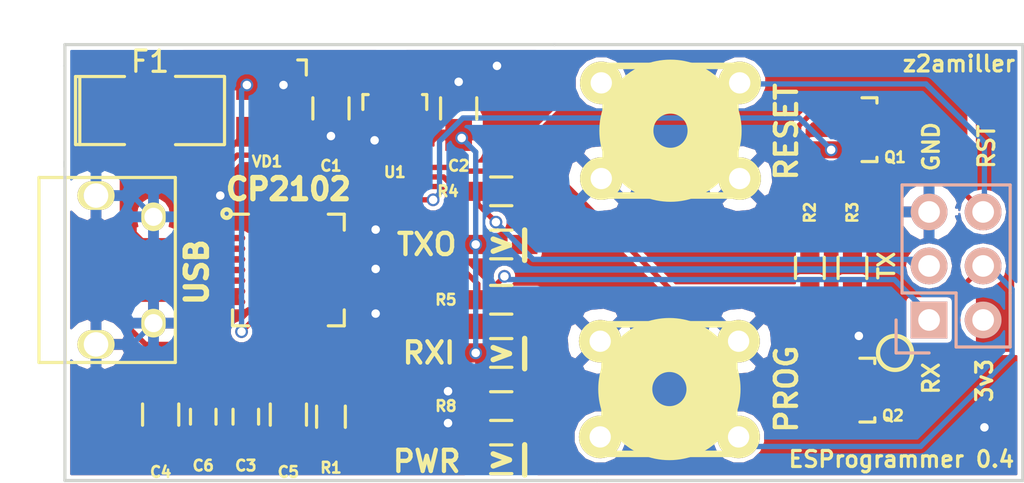
<source format=kicad_pcb>
(kicad_pcb (version 4) (host pcbnew 4.0.3-rc7-stable)

  (general
    (links 66)
    (no_connects 0)
    (area 158.924999 87.424999 204.075001 108.075001)
    (thickness 1.6)
    (drawings 35)
    (tracks 217)
    (zones 0)
    (modules 32)
    (nets 37)
  )

  (page A4)
  (layers
    (0 F.Cu signal)
    (31 B.Cu signal)
    (32 B.Adhes user)
    (33 F.Adhes user)
    (34 B.Paste user)
    (35 F.Paste user)
    (36 B.SilkS user)
    (37 F.SilkS user)
    (38 B.Mask user)
    (39 F.Mask user hide)
    (40 Dwgs.User user)
    (41 Cmts.User user)
    (42 Eco1.User user)
    (43 Eco2.User user)
    (44 Edge.Cuts user)
    (45 Margin user)
    (46 B.CrtYd user)
    (47 F.CrtYd user)
    (48 B.Fab user)
    (49 F.Fab user)
  )

  (setup
    (last_trace_width 0.25)
    (trace_clearance 0.2)
    (zone_clearance 0.1)
    (zone_45_only yes)
    (trace_min 0.2)
    (segment_width 0.2)
    (edge_width 0.15)
    (via_size 0.6)
    (via_drill 0.4)
    (via_min_size 0.4)
    (via_min_drill 0.3)
    (uvia_size 0.3)
    (uvia_drill 0.1)
    (uvias_allowed no)
    (uvia_min_size 0.2)
    (uvia_min_drill 0.1)
    (pcb_text_width 0.3)
    (pcb_text_size 1.5 1.5)
    (mod_edge_width 0.15)
    (mod_text_size 1 1)
    (mod_text_width 0.15)
    (pad_size 0.6 0.6)
    (pad_drill 0.4)
    (pad_to_mask_clearance 0.2)
    (aux_axis_origin 204 107)
    (visible_elements FFFEFF7F)
    (pcbplotparams
      (layerselection 0x010f0_ffffffff)
      (usegerberextensions true)
      (excludeedgelayer true)
      (linewidth 0.100000)
      (plotframeref false)
      (viasonmask false)
      (mode 1)
      (useauxorigin false)
      (hpglpennumber 1)
      (hpglpenspeed 20)
      (hpglpendiameter 15)
      (hpglpenoverlay 2)
      (psnegative false)
      (psa4output false)
      (plotreference true)
      (plotvalue true)
      (plotinvisibletext false)
      (padsonsilk false)
      (subtractmaskfromsilk false)
      (outputformat 1)
      (mirror false)
      (drillshape 0)
      (scaleselection 1)
      (outputdirectory gerber))
  )

  (net 0 "")
  (net 1 +5V)
  (net 2 GND)
  (net 3 +3V3)
  (net 4 "Net-(D1-Pad1)")
  (net 5 "Net-(D2-Pad1)")
  (net 6 "Net-(D5-Pad1)")
  (net 7 "Net-(F1-Pad1)")
  (net 8 D-)
  (net 9 D+)
  (net 10 "Net-(P1-Pad4)")
  (net 11 RXD)
  (net 12 TXD)
  (net 13 ESP_GPIO0)
  (net 14 ESP_RST)
  (net 15 "Net-(Q1-Pad1)")
  (net 16 RTS)
  (net 17 "Net-(Q2-Pad1)")
  (net 18 DTR)
  (net 19 "Net-(R1-Pad2)")
  (net 20 "Net-(U2-Pad1)")
  (net 21 "Net-(U2-Pad2)")
  (net 22 "Net-(U2-Pad10)")
  (net 23 "Net-(U2-Pad13)")
  (net 24 "Net-(U2-Pad14)")
  (net 25 "Net-(U2-Pad15)")
  (net 26 "Net-(U2-Pad16)")
  (net 27 "Net-(U2-Pad17)")
  (net 28 "Net-(U2-Pad21)")
  (net 29 "Net-(U2-Pad22)")
  (net 30 "Net-(U2-Pad23)")
  (net 31 "Net-(U2-Pad27)")
  (net 32 "Net-(U2-Pad20)")
  (net 33 "Net-(U2-Pad19)")
  (net 34 "Net-(U2-Pad11)")
  (net 35 "Net-(U2-Pad12)")
  (net 36 "Net-(U2-Pad18)")

  (net_class Default "This is the default net class."
    (clearance 0.2)
    (trace_width 0.25)
    (via_dia 0.6)
    (via_drill 0.4)
    (uvia_dia 0.3)
    (uvia_drill 0.1)
    (add_net +3V3)
    (add_net +5V)
    (add_net D+)
    (add_net D-)
    (add_net DTR)
    (add_net ESP_GPIO0)
    (add_net ESP_RST)
    (add_net GND)
    (add_net "Net-(D1-Pad1)")
    (add_net "Net-(D2-Pad1)")
    (add_net "Net-(D5-Pad1)")
    (add_net "Net-(F1-Pad1)")
    (add_net "Net-(P1-Pad4)")
    (add_net "Net-(Q1-Pad1)")
    (add_net "Net-(Q2-Pad1)")
    (add_net "Net-(R1-Pad2)")
    (add_net "Net-(U2-Pad1)")
    (add_net "Net-(U2-Pad10)")
    (add_net "Net-(U2-Pad11)")
    (add_net "Net-(U2-Pad12)")
    (add_net "Net-(U2-Pad13)")
    (add_net "Net-(U2-Pad14)")
    (add_net "Net-(U2-Pad15)")
    (add_net "Net-(U2-Pad16)")
    (add_net "Net-(U2-Pad17)")
    (add_net "Net-(U2-Pad18)")
    (add_net "Net-(U2-Pad19)")
    (add_net "Net-(U2-Pad2)")
    (add_net "Net-(U2-Pad20)")
    (add_net "Net-(U2-Pad21)")
    (add_net "Net-(U2-Pad22)")
    (add_net "Net-(U2-Pad23)")
    (add_net "Net-(U2-Pad27)")
    (add_net RTS)
    (add_net RXD)
    (add_net TXD)
  )

  (module Wire_Connections_Bridges:small_via (layer F.Cu) (tedit 577B0D43) (tstamp 57865866)
    (at 202.2 105.5)
    (fp_text reference REF** (at 0 -2.54) (layer F.SilkS) hide
      (effects (font (size 1 1) (thickness 0.15)))
    )
    (fp_text value SolderWirePad_single_0-8mmDrill (at 0 2.54) (layer F.Fab) hide
      (effects (font (size 1 1) (thickness 0.15)))
    )
    (pad 1 thru_hole circle (at 0 0) (size 0.6 0.6) (drill 0.4) (layers *.Cu)
      (net 2 GND) (zone_connect 2))
  )

  (module Wire_Connections_Bridges:small_via (layer F.Cu) (tedit 577B0D43) (tstamp 578657E9)
    (at 173.6 98.05)
    (fp_text reference REF** (at 0 -2.54) (layer F.SilkS) hide
      (effects (font (size 1 1) (thickness 0.15)))
    )
    (fp_text value SolderWirePad_single_0-8mmDrill (at 0 2.54) (layer F.Fab) hide
      (effects (font (size 1 1) (thickness 0.15)))
    )
    (pad 1 thru_hole circle (at 0 0) (size 0.6 0.6) (drill 0.4) (layers *.Cu)
      (net 2 GND) (zone_connect 2))
  )

  (module Wire_Connections_Bridges:small_via (layer F.Cu) (tedit 577B0D43) (tstamp 5786579E)
    (at 166.3 94.6)
    (fp_text reference REF** (at 0 -2.54) (layer F.SilkS) hide
      (effects (font (size 1 1) (thickness 0.15)))
    )
    (fp_text value SolderWirePad_single_0-8mmDrill (at 0 2.54) (layer F.Fab) hide
      (effects (font (size 1 1) (thickness 0.15)))
    )
    (pad 1 thru_hole circle (at 0 0) (size 0.6 0.6) (drill 0.4) (layers *.Cu)
      (net 2 GND) (zone_connect 2))
  )

  (module Wire_Connections_Bridges:small_via (layer F.Cu) (tedit 577B0DA1) (tstamp 57865733)
    (at 179.3 88.5)
    (zone_connect 2)
    (fp_text reference REF** (at 0 -2.54) (layer F.SilkS) hide
      (effects (font (size 1 1) (thickness 0.15)))
    )
    (fp_text value SolderWirePad_single_0-8mmDrill (at 0 2.54) (layer F.Fab) hide
      (effects (font (size 1 1) (thickness 0.15)))
    )
    (pad 1 thru_hole circle (at 0 0) (size 0.6 0.6) (drill 0.4) (layers *.Cu)
      (net 2 GND) (zone_connect 2))
  )

  (module Resistors_SMD:R_0603_HandSoldering (layer F.Cu) (tedit 5765C3A1) (tstamp 5765A8FC)
    (at 179.5 96.9 180)
    (descr "Resistor SMD 0603, hand soldering")
    (tags "resistor 0603")
    (path /5758E5A8)
    (attr smd)
    (fp_text reference D1 (at 2.9 0 180) (layer F.SilkS) hide
      (effects (font (size 1 1) (thickness 0.15)))
    )
    (fp_text value Led_Red (at 0 1.9 180) (layer F.Fab)
      (effects (font (size 1 1) (thickness 0.15)))
    )
    (fp_line (start -2 -0.8) (end 2 -0.8) (layer F.CrtYd) (width 0.05))
    (fp_line (start -2 0.8) (end 2 0.8) (layer F.CrtYd) (width 0.05))
    (fp_line (start -2 -0.8) (end -2 0.8) (layer F.CrtYd) (width 0.05))
    (fp_line (start 2 -0.8) (end 2 0.8) (layer F.CrtYd) (width 0.05))
    (fp_line (start 0.5 0.675) (end -0.5 0.675) (layer F.SilkS) (width 0.15))
    (fp_line (start -0.5 -0.675) (end 0.5 -0.675) (layer F.SilkS) (width 0.15))
    (pad 1 smd rect (at -1.1 0 180) (size 1.2 0.9) (layers F.Cu F.Paste F.Mask)
      (net 4 "Net-(D1-Pad1)"))
    (pad 2 smd rect (at 1.1 0 180) (size 1.2 0.9) (layers F.Cu F.Paste F.Mask)
      (net 3 +3V3))
    (model Resistors_SMD.3dshapes/R_0603_HandSoldering.wrl
      (at (xyz 0 0 0))
      (scale (xyz 1 1 1))
      (rotate (xyz 0 0 0))
    )
  )

  (module TO_SOT_Packages_SMD:SOT-143 (layer F.Cu) (tedit 5765B862) (tstamp 5765A9AE)
    (at 168.5 90.5 180)
    (descr SOT-143)
    (tags SOT-143)
    (path /5758DFAA)
    (attr smd)
    (fp_text reference VD1 (at 0 -2.5 180) (layer F.SilkS)
      (effects (font (size 0.5 0.5) (thickness 0.125)))
    )
    (fp_text value SP0503BAHTG (at -0.03048 4.24942 180) (layer F.Fab)
      (effects (font (size 1 1) (thickness 0.15)))
    )
    (fp_line (start -1.8415 1.56972) (end -1.8415 2.27838) (layer F.SilkS) (width 0.15))
    (fp_line (start -1.8415 2.27838) (end -1.44018 2.27838) (layer F.SilkS) (width 0.15))
    (pad 1 smd rect (at -0.76962 1.09982 180) (size 1.19888 1.39954) (layers F.Cu F.Paste F.Mask)
      (net 2 GND))
    (pad 2 smd rect (at 0.94996 1.09982 180) (size 1.00076 1.39954) (layers F.Cu F.Paste F.Mask)
      (net 1 +5V))
    (pad 3 smd rect (at 0.94996 -1.09982 180) (size 1.00076 1.39954) (layers F.Cu F.Paste F.Mask)
      (net 8 D-))
    (pad 4 smd rect (at -0.94996 -1.09982 180) (size 1.00076 1.39954) (layers F.Cu F.Paste F.Mask)
      (net 9 D+))
    (model TO_SOT_Packages_SMD.3dshapes/SOT-143.wrl
      (at (xyz 0 0 0))
      (scale (xyz 1 1 1))
      (rotate (xyz 0 0 0))
    )
  )

  (module Capacitors_SMD:C_0805_HandSoldering (layer F.Cu) (tedit 5765BCFE) (tstamp 5765A8D8)
    (at 171.5 90.5 270)
    (descr "Capacitor SMD 0805, hand soldering")
    (tags "capacitor 0805")
    (path /5758F89F)
    (attr smd)
    (fp_text reference C1 (at 2.7 0 360) (layer F.SilkS)
      (effects (font (size 0.5 0.5) (thickness 0.125)))
    )
    (fp_text value 10uF (at 0 2.1 270) (layer F.Fab)
      (effects (font (size 1 1) (thickness 0.15)))
    )
    (fp_line (start -2.3 -1) (end 2.3 -1) (layer F.CrtYd) (width 0.05))
    (fp_line (start -2.3 1) (end 2.3 1) (layer F.CrtYd) (width 0.05))
    (fp_line (start -2.3 -1) (end -2.3 1) (layer F.CrtYd) (width 0.05))
    (fp_line (start 2.3 -1) (end 2.3 1) (layer F.CrtYd) (width 0.05))
    (fp_line (start 0.5 -0.85) (end -0.5 -0.85) (layer F.SilkS) (width 0.15))
    (fp_line (start -0.5 0.85) (end 0.5 0.85) (layer F.SilkS) (width 0.15))
    (pad 1 smd rect (at -1.25 0 270) (size 1.5 1.25) (layers F.Cu F.Paste F.Mask)
      (net 1 +5V))
    (pad 2 smd rect (at 1.25 0 270) (size 1.5 1.25) (layers F.Cu F.Paste F.Mask)
      (net 2 GND) (zone_connect 2))
    (model Capacitors_SMD.3dshapes/C_0805_HandSoldering.wrl
      (at (xyz 0 0 0))
      (scale (xyz 1 1 1))
      (rotate (xyz 0 0 0))
    )
  )

  (module Capacitors_SMD:C_0805_HandSoldering (layer F.Cu) (tedit 5765B8C8) (tstamp 5765A8DE)
    (at 177.5 90.5 90)
    (descr "Capacitor SMD 0805, hand soldering")
    (tags "capacitor 0805")
    (path /5758FA3F)
    (attr smd)
    (fp_text reference C2 (at -2.7 0 180) (layer F.SilkS)
      (effects (font (size 0.5 0.5) (thickness 0.125)))
    )
    (fp_text value 10uF (at 0 2.1 90) (layer F.Fab)
      (effects (font (size 1 1) (thickness 0.15)))
    )
    (fp_line (start -2.3 -1) (end 2.3 -1) (layer F.CrtYd) (width 0.05))
    (fp_line (start -2.3 1) (end 2.3 1) (layer F.CrtYd) (width 0.05))
    (fp_line (start -2.3 -1) (end -2.3 1) (layer F.CrtYd) (width 0.05))
    (fp_line (start 2.3 -1) (end 2.3 1) (layer F.CrtYd) (width 0.05))
    (fp_line (start 0.5 -0.85) (end -0.5 -0.85) (layer F.SilkS) (width 0.15))
    (fp_line (start -0.5 0.85) (end 0.5 0.85) (layer F.SilkS) (width 0.15))
    (pad 1 smd rect (at -1.25 0 90) (size 1.5 1.25) (layers F.Cu F.Paste F.Mask)
      (net 3 +3V3))
    (pad 2 smd rect (at 1.25 0 90) (size 1.5 1.25) (layers F.Cu F.Paste F.Mask)
      (net 2 GND))
    (model Capacitors_SMD.3dshapes/C_0805_HandSoldering.wrl
      (at (xyz 0 0 0))
      (scale (xyz 1 1 1))
      (rotate (xyz 0 0 0))
    )
  )

  (module Capacitors_SMD:C_0603_HandSoldering (layer F.Cu) (tedit 5765B97E) (tstamp 5765A8E4)
    (at 167.5 105 270)
    (descr "Capacitor SMD 0603, hand soldering")
    (tags "capacitor 0603")
    (path /5765E78A)
    (attr smd)
    (fp_text reference C3 (at 2.3 0 360) (layer F.SilkS)
      (effects (font (size 0.5 0.5) (thickness 0.125)))
    )
    (fp_text value 100nF (at 0 1.9 270) (layer F.Fab)
      (effects (font (size 1 1) (thickness 0.15)))
    )
    (fp_line (start -1.85 -0.75) (end 1.85 -0.75) (layer F.CrtYd) (width 0.05))
    (fp_line (start -1.85 0.75) (end 1.85 0.75) (layer F.CrtYd) (width 0.05))
    (fp_line (start -1.85 -0.75) (end -1.85 0.75) (layer F.CrtYd) (width 0.05))
    (fp_line (start 1.85 -0.75) (end 1.85 0.75) (layer F.CrtYd) (width 0.05))
    (fp_line (start -0.35 -0.6) (end 0.35 -0.6) (layer F.SilkS) (width 0.15))
    (fp_line (start 0.35 0.6) (end -0.35 0.6) (layer F.SilkS) (width 0.15))
    (pad 1 smd rect (at -0.95 0 270) (size 1.2 0.75) (layers F.Cu F.Paste F.Mask)
      (net 3 +3V3))
    (pad 2 smd rect (at 0.95 0 270) (size 1.2 0.75) (layers F.Cu F.Paste F.Mask)
      (net 2 GND))
    (model Capacitors_SMD.3dshapes/C_0603_HandSoldering.wrl
      (at (xyz 0 0 0))
      (scale (xyz 1 1 1))
      (rotate (xyz 0 0 0))
    )
  )

  (module Capacitors_SMD:C_0805_HandSoldering (layer F.Cu) (tedit 5765B92F) (tstamp 5765A8EA)
    (at 163.5 104.9 270)
    (descr "Capacitor SMD 0805, hand soldering")
    (tags "capacitor 0805")
    (path /5765E8B4)
    (attr smd)
    (fp_text reference C4 (at 2.7 0 360) (layer F.SilkS)
      (effects (font (size 0.5 0.5) (thickness 0.125)))
    )
    (fp_text value 1uF (at 0 2.1 270) (layer F.Fab)
      (effects (font (size 1 1) (thickness 0.15)))
    )
    (fp_line (start -2.3 -1) (end 2.3 -1) (layer F.CrtYd) (width 0.05))
    (fp_line (start -2.3 1) (end 2.3 1) (layer F.CrtYd) (width 0.05))
    (fp_line (start -2.3 -1) (end -2.3 1) (layer F.CrtYd) (width 0.05))
    (fp_line (start 2.3 -1) (end 2.3 1) (layer F.CrtYd) (width 0.05))
    (fp_line (start 0.5 -0.85) (end -0.5 -0.85) (layer F.SilkS) (width 0.15))
    (fp_line (start -0.5 0.85) (end 0.5 0.85) (layer F.SilkS) (width 0.15))
    (pad 1 smd rect (at -1.25 0 270) (size 1.5 1.25) (layers F.Cu F.Paste F.Mask)
      (net 3 +3V3))
    (pad 2 smd rect (at 1.25 0 270) (size 1.5 1.25) (layers F.Cu F.Paste F.Mask)
      (net 2 GND))
    (model Capacitors_SMD.3dshapes/C_0805_HandSoldering.wrl
      (at (xyz 0 0 0))
      (scale (xyz 1 1 1))
      (rotate (xyz 0 0 0))
    )
  )

  (module Capacitors_SMD:C_0805_HandSoldering (layer F.Cu) (tedit 5765B99E) (tstamp 5765A8F0)
    (at 169.5 104.9 270)
    (descr "Capacitor SMD 0805, hand soldering")
    (tags "capacitor 0805")
    (path /5765EA15)
    (attr smd)
    (fp_text reference C5 (at 2.7 0 360) (layer F.SilkS)
      (effects (font (size 0.5 0.5) (thickness 0.125)))
    )
    (fp_text value 4.7uF (at 0 2.1 270) (layer F.Fab)
      (effects (font (size 1 1) (thickness 0.15)))
    )
    (fp_line (start -2.3 -1) (end 2.3 -1) (layer F.CrtYd) (width 0.05))
    (fp_line (start -2.3 1) (end 2.3 1) (layer F.CrtYd) (width 0.05))
    (fp_line (start -2.3 -1) (end -2.3 1) (layer F.CrtYd) (width 0.05))
    (fp_line (start 2.3 -1) (end 2.3 1) (layer F.CrtYd) (width 0.05))
    (fp_line (start 0.5 -0.85) (end -0.5 -0.85) (layer F.SilkS) (width 0.15))
    (fp_line (start -0.5 0.85) (end 0.5 0.85) (layer F.SilkS) (width 0.15))
    (pad 1 smd rect (at -1.25 0 270) (size 1.5 1.25) (layers F.Cu F.Paste F.Mask)
      (net 3 +3V3))
    (pad 2 smd rect (at 1.25 0 270) (size 1.5 1.25) (layers F.Cu F.Paste F.Mask)
      (net 2 GND))
    (model Capacitors_SMD.3dshapes/C_0805_HandSoldering.wrl
      (at (xyz 0 0 0))
      (scale (xyz 1 1 1))
      (rotate (xyz 0 0 0))
    )
  )

  (module Capacitors_SMD:C_0603_HandSoldering (layer F.Cu) (tedit 5765B962) (tstamp 5765A8F6)
    (at 165.5 105 270)
    (descr "Capacitor SMD 0603, hand soldering")
    (tags "capacitor 0603")
    (path /5765EA7B)
    (attr smd)
    (fp_text reference C6 (at 2.3 0 360) (layer F.SilkS)
      (effects (font (size 0.5 0.5) (thickness 0.125)))
    )
    (fp_text value 100nF (at 0 1.9 270) (layer F.Fab)
      (effects (font (size 1 1) (thickness 0.15)))
    )
    (fp_line (start -1.85 -0.75) (end 1.85 -0.75) (layer F.CrtYd) (width 0.05))
    (fp_line (start -1.85 0.75) (end 1.85 0.75) (layer F.CrtYd) (width 0.05))
    (fp_line (start -1.85 -0.75) (end -1.85 0.75) (layer F.CrtYd) (width 0.05))
    (fp_line (start 1.85 -0.75) (end 1.85 0.75) (layer F.CrtYd) (width 0.05))
    (fp_line (start -0.35 -0.6) (end 0.35 -0.6) (layer F.SilkS) (width 0.15))
    (fp_line (start 0.35 0.6) (end -0.35 0.6) (layer F.SilkS) (width 0.15))
    (pad 1 smd rect (at -0.95 0 270) (size 1.2 0.75) (layers F.Cu F.Paste F.Mask)
      (net 3 +3V3))
    (pad 2 smd rect (at 0.95 0 270) (size 1.2 0.75) (layers F.Cu F.Paste F.Mask)
      (net 2 GND))
    (model Capacitors_SMD.3dshapes/C_0603_HandSoldering.wrl
      (at (xyz 0 0 0))
      (scale (xyz 1 1 1))
      (rotate (xyz 0 0 0))
    )
  )

  (module Resistors_SMD:R_0603_HandSoldering (layer F.Cu) (tedit 5765C3E1) (tstamp 5765A902)
    (at 179.5 102 180)
    (descr "Resistor SMD 0603, hand soldering")
    (tags "resistor 0603")
    (path /5758E64A)
    (attr smd)
    (fp_text reference D2 (at 0 -1.9 180) (layer F.SilkS) hide
      (effects (font (size 1 1) (thickness 0.15)))
    )
    (fp_text value Led_Yellow (at 0 1.9 180) (layer F.Fab)
      (effects (font (size 1 1) (thickness 0.15)))
    )
    (fp_line (start -2 -0.8) (end 2 -0.8) (layer F.CrtYd) (width 0.05))
    (fp_line (start -2 0.8) (end 2 0.8) (layer F.CrtYd) (width 0.05))
    (fp_line (start -2 -0.8) (end -2 0.8) (layer F.CrtYd) (width 0.05))
    (fp_line (start 2 -0.8) (end 2 0.8) (layer F.CrtYd) (width 0.05))
    (fp_line (start 0.5 0.675) (end -0.5 0.675) (layer F.SilkS) (width 0.15))
    (fp_line (start -0.5 -0.675) (end 0.5 -0.675) (layer F.SilkS) (width 0.15))
    (pad 1 smd rect (at -1.1 0 180) (size 1.2 0.9) (layers F.Cu F.Paste F.Mask)
      (net 5 "Net-(D2-Pad1)"))
    (pad 2 smd rect (at 1.1 0 180) (size 1.2 0.9) (layers F.Cu F.Paste F.Mask)
      (net 3 +3V3))
    (model Resistors_SMD.3dshapes/R_0603_HandSoldering.wrl
      (at (xyz 0 0 0))
      (scale (xyz 1 1 1))
      (rotate (xyz 0 0 0))
    )
  )

  (module Resistors_SMD:R_0603_HandSoldering (layer F.Cu) (tedit 5765C408) (tstamp 5765A914)
    (at 179.5 107 180)
    (descr "Resistor SMD 0603, hand soldering")
    (tags "resistor 0603")
    (path /5758E6CB)
    (attr smd)
    (fp_text reference D5 (at 3.1 0 180) (layer F.SilkS) hide
      (effects (font (size 1 1) (thickness 0.15)))
    )
    (fp_text value Led_Amber (at 0 1.9 180) (layer F.Fab)
      (effects (font (size 1 1) (thickness 0.15)))
    )
    (fp_line (start -2 -0.8) (end 2 -0.8) (layer F.CrtYd) (width 0.05))
    (fp_line (start -2 0.8) (end 2 0.8) (layer F.CrtYd) (width 0.05))
    (fp_line (start -2 -0.8) (end -2 0.8) (layer F.CrtYd) (width 0.05))
    (fp_line (start 2 -0.8) (end 2 0.8) (layer F.CrtYd) (width 0.05))
    (fp_line (start 0.5 0.675) (end -0.5 0.675) (layer F.SilkS) (width 0.15))
    (fp_line (start -0.5 -0.675) (end 0.5 -0.675) (layer F.SilkS) (width 0.15))
    (pad 1 smd rect (at -1.1 0 180) (size 1.2 0.9) (layers F.Cu F.Paste F.Mask)
      (net 6 "Net-(D5-Pad1)"))
    (pad 2 smd rect (at 1.1 0 180) (size 1.2 0.9) (layers F.Cu F.Paste F.Mask)
      (net 3 +3V3))
    (model Resistors_SMD.3dshapes/R_0603_HandSoldering.wrl
      (at (xyz 0 0 0))
      (scale (xyz 1 1 1))
      (rotate (xyz 0 0 0))
    )
  )

  (module SMD_Packages:SMD-2010_Pol (layer F.Cu) (tedit 5765CAF0) (tstamp 5765A91A)
    (at 163 90.6)
    (tags "CMS SMD")
    (path /5758E2BF)
    (attr smd)
    (fp_text reference F1 (at 0 -2.3) (layer F.SilkS)
      (effects (font (size 1 1) (thickness 0.15)))
    )
    (fp_text value 500mA (at 0 0.8) (layer F.Fab)
      (effects (font (size 1 1) (thickness 0.15)))
    )
    (fp_line (start -3.3 -1.6) (end -3.3 1.6) (layer F.SilkS) (width 0.15))
    (fp_line (start 3.50012 -1.6002) (end 3.50012 1.6002) (layer F.SilkS) (width 0.15))
    (fp_line (start -3.5 -1.6) (end -3.5 1.6) (layer F.SilkS) (width 0.15))
    (fp_line (start 1.19634 1.60528) (end 3.48234 1.60528) (layer F.SilkS) (width 0.15))
    (fp_line (start 3.48234 -1.60528) (end 1.19634 -1.60528) (layer F.SilkS) (width 0.15))
    (fp_line (start -1.2 -1.6) (end -3.5 -1.6) (layer F.SilkS) (width 0.15))
    (fp_line (start -3.5 1.6) (end -1.2 1.6) (layer F.SilkS) (width 0.15))
    (pad 1 smd rect (at -2.4003 0) (size 1.80086 2.70002) (layers F.Cu F.Paste F.Mask)
      (net 7 "Net-(F1-Pad1)") (zone_connect 2))
    (pad 2 smd rect (at 2.4003 0) (size 1.80086 2.70002) (layers F.Cu F.Paste F.Mask)
      (net 1 +5V) (zone_connect 2))
    (model SMD_Packages.3dshapes/SMD-2010_Pol.wrl
      (at (xyz 0 0 0))
      (scale (xyz 0.35 0.35 0.35))
      (rotate (xyz 0 0 0))
    )
  )

  (module Connect:USB_Micro-B (layer F.Cu) (tedit 577A941C) (tstamp 5765A927)
    (at 161.6 98.1 270)
    (descr "Micro USB Type B Receptacle")
    (tags "USB USB_B USB_micro USB_OTG")
    (path /5758E168)
    (solder_mask_margin 0.05)
    (attr smd)
    (fp_text reference P1 (at 0 -3.45 270) (layer F.SilkS) hide
      (effects (font (size 1 1) (thickness 0.15)))
    )
    (fp_text value USB_OTG (at 0 4.8 270) (layer F.Fab)
      (effects (font (size 1 1) (thickness 0.15)))
    )
    (fp_line (start -4.6 -2.8) (end 4.6 -2.8) (layer F.CrtYd) (width 0.05))
    (fp_line (start 4.6 -2.8) (end 4.6 4.05) (layer F.CrtYd) (width 0.05))
    (fp_line (start 4.6 4.05) (end -4.6 4.05) (layer F.CrtYd) (width 0.05))
    (fp_line (start -4.6 4.05) (end -4.6 -2.8) (layer F.CrtYd) (width 0.05))
    (fp_line (start -4.3509 3.81746) (end 4.3491 3.81746) (layer F.SilkS) (width 0.15))
    (fp_line (start -4.3509 -2.58754) (end 4.3491 -2.58754) (layer F.SilkS) (width 0.15))
    (fp_line (start 4.3491 -2.58754) (end 4.3491 3.81746) (layer F.SilkS) (width 0.15))
    (fp_line (start 4.3491 2.58746) (end -4.3509 2.58746) (layer F.SilkS) (width 0.15))
    (fp_line (start -4.3509 3.81746) (end -4.3509 -2.58754) (layer F.SilkS) (width 0.15))
    (pad 1 smd rect (at -1.3009 -1.56254) (size 1.35 0.4) (layers F.Cu F.Paste F.Mask)
      (net 7 "Net-(F1-Pad1)"))
    (pad 2 smd rect (at -0.6509 -1.56254) (size 1.35 0.4) (layers F.Cu F.Paste F.Mask)
      (net 8 D-))
    (pad 3 smd rect (at -0.0009 -1.56254) (size 1.35 0.4) (layers F.Cu F.Paste F.Mask)
      (net 9 D+))
    (pad 4 smd rect (at 0.6491 -1.56254) (size 1.35 0.4) (layers F.Cu F.Paste F.Mask)
      (net 10 "Net-(P1-Pad4)"))
    (pad 5 smd rect (at 1.2991 -1.56254) (size 1.35 0.4) (layers F.Cu F.Paste F.Mask)
      (net 2 GND))
    (pad 6 thru_hole oval (at -2.5009 -1.56254) (size 1.15 1.35) (drill 0.85) (layers *.Cu *.Mask F.SilkS)
      (net 2 GND))
    (pad 6 thru_hole oval (at 2.4991 -1.56254) (size 1.15 1.35) (drill 0.85) (layers *.Cu *.Mask F.SilkS)
      (net 2 GND))
    (pad 6 thru_hole oval (at -3.5009 1.13746) (size 1.75 1.35) (drill 1.15) (layers *.Cu *.Mask F.SilkS)
      (net 2 GND))
    (pad 6 thru_hole oval (at 3.4991 1.13746) (size 1.75 1.35) (drill 1.15) (layers *.Cu *.Mask F.SilkS)
      (net 2 GND))
  )

  (module Pin_Headers:Pin_Header_Straight_2x03 (layer B.Cu) (tedit 577B0920) (tstamp 5765A931)
    (at 199.6 100.45)
    (descr "Through hole pin header")
    (tags "pin header")
    (path /57658F87)
    (fp_text reference P2 (at 3 2.4) (layer B.SilkS) hide
      (effects (font (size 1 1) (thickness 0.15)) (justify mirror))
    )
    (fp_text value CONN_02X03 (at 0 3.1) (layer B.Fab) hide
      (effects (font (size 1 1) (thickness 0.15)) (justify mirror))
    )
    (fp_line (start -1.27 -1.27) (end -1.27 -6.35) (layer B.SilkS) (width 0.15))
    (fp_line (start -1.55 1.55) (end 0 1.55) (layer B.SilkS) (width 0.15))
    (fp_line (start -1.75 1.75) (end -1.75 -6.85) (layer B.CrtYd) (width 0.05))
    (fp_line (start 4.3 1.75) (end 4.3 -6.85) (layer B.CrtYd) (width 0.05))
    (fp_line (start -1.75 1.75) (end 4.3 1.75) (layer B.CrtYd) (width 0.05))
    (fp_line (start -1.75 -6.85) (end 4.3 -6.85) (layer B.CrtYd) (width 0.05))
    (fp_line (start 1.27 1.27) (end 1.27 -1.27) (layer B.SilkS) (width 0.15))
    (fp_line (start 1.27 -1.27) (end -1.27 -1.27) (layer B.SilkS) (width 0.15))
    (fp_line (start -1.27 -6.35) (end 3.81 -6.35) (layer B.SilkS) (width 0.15))
    (fp_line (start 3.81 -6.35) (end 3.81 -1.27) (layer B.SilkS) (width 0.15))
    (fp_line (start -1.55 1.55) (end -1.55 0) (layer B.SilkS) (width 0.15))
    (fp_line (start 3.81 1.27) (end 1.27 1.27) (layer B.SilkS) (width 0.15))
    (fp_line (start 3.81 -1.27) (end 3.81 1.27) (layer B.SilkS) (width 0.15))
    (pad 1 thru_hole rect (at 0 0) (size 1.7272 1.7272) (drill 1.016) (layers *.Cu *.Mask B.SilkS)
      (net 11 RXD))
    (pad 2 thru_hole oval (at 2.54 0) (size 1.7272 1.7272) (drill 1.016) (layers *.Cu *.Mask B.SilkS)
      (net 3 +3V3) (zone_connect 2))
    (pad 3 thru_hole oval (at 0 -2.54) (size 1.7272 1.7272) (drill 1.016) (layers *.Cu *.Mask B.SilkS)
      (net 12 TXD))
    (pad 4 thru_hole oval (at 2.54 -2.54) (size 1.7272 1.7272) (drill 1.016) (layers *.Cu *.Mask B.SilkS)
      (net 13 ESP_GPIO0))
    (pad 5 thru_hole oval (at 0 -5.08) (size 1.7272 1.7272) (drill 1.016) (layers *.Cu *.Mask B.SilkS)
      (net 2 GND))
    (pad 6 thru_hole oval (at 2.54 -5.08) (size 1.7272 1.7272) (drill 1.016) (layers *.Cu *.Mask B.SilkS)
      (net 14 ESP_RST))
    (model Pin_Headers.3dshapes/Pin_Header_Straight_2x03.wrl
      (at (xyz 0.05 -0.1 0))
      (scale (xyz 1 1 1))
      (rotate (xyz 0 0 90))
    )
  )

  (module Resistors_SMD:R_0603_HandSoldering (layer F.Cu) (tedit 5765B9B0) (tstamp 5765A945)
    (at 171.5 105 90)
    (descr "Resistor SMD 0603, hand soldering")
    (tags "resistor 0603")
    (path /5765CE24)
    (attr smd)
    (fp_text reference R1 (at -2.4 0 180) (layer F.SilkS)
      (effects (font (size 0.5 0.5) (thickness 0.125)))
    )
    (fp_text value 10k (at 0 1.9 90) (layer F.Fab)
      (effects (font (size 1 1) (thickness 0.15)))
    )
    (fp_line (start -2 -0.8) (end 2 -0.8) (layer F.CrtYd) (width 0.05))
    (fp_line (start -2 0.8) (end 2 0.8) (layer F.CrtYd) (width 0.05))
    (fp_line (start -2 -0.8) (end -2 0.8) (layer F.CrtYd) (width 0.05))
    (fp_line (start 2 -0.8) (end 2 0.8) (layer F.CrtYd) (width 0.05))
    (fp_line (start 0.5 0.675) (end -0.5 0.675) (layer F.SilkS) (width 0.15))
    (fp_line (start -0.5 -0.675) (end 0.5 -0.675) (layer F.SilkS) (width 0.15))
    (pad 1 smd rect (at -1.1 0 90) (size 1.2 0.9) (layers F.Cu F.Paste F.Mask)
      (net 3 +3V3))
    (pad 2 smd rect (at 1.1 0 90) (size 1.2 0.9) (layers F.Cu F.Paste F.Mask)
      (net 19 "Net-(R1-Pad2)"))
    (model Resistors_SMD.3dshapes/R_0603_HandSoldering.wrl
      (at (xyz 0 0 0))
      (scale (xyz 1 1 1))
      (rotate (xyz 0 0 0))
    )
  )

  (module Resistors_SMD:R_0603_HandSoldering (layer F.Cu) (tedit 5765C45E) (tstamp 5765A94B)
    (at 194 98 270)
    (descr "Resistor SMD 0603, hand soldering")
    (tags "resistor 0603")
    (path /5758FE3E)
    (attr smd)
    (fp_text reference R2 (at -2.6 0 270) (layer F.SilkS)
      (effects (font (size 0.5 0.5) (thickness 0.125)))
    )
    (fp_text value 10k (at 0 1.9 270) (layer F.Fab)
      (effects (font (size 1 1) (thickness 0.15)))
    )
    (fp_line (start -2 -0.8) (end 2 -0.8) (layer F.CrtYd) (width 0.05))
    (fp_line (start -2 0.8) (end 2 0.8) (layer F.CrtYd) (width 0.05))
    (fp_line (start -2 -0.8) (end -2 0.8) (layer F.CrtYd) (width 0.05))
    (fp_line (start 2 -0.8) (end 2 0.8) (layer F.CrtYd) (width 0.05))
    (fp_line (start 0.5 0.675) (end -0.5 0.675) (layer F.SilkS) (width 0.15))
    (fp_line (start -0.5 -0.675) (end 0.5 -0.675) (layer F.SilkS) (width 0.15))
    (pad 1 smd rect (at -1.1 0 270) (size 1.2 0.9) (layers F.Cu F.Paste F.Mask)
      (net 15 "Net-(Q1-Pad1)"))
    (pad 2 smd rect (at 1.1 0 270) (size 1.2 0.9) (layers F.Cu F.Paste F.Mask)
      (net 18 DTR))
    (model Resistors_SMD.3dshapes/R_0603_HandSoldering.wrl
      (at (xyz 0 0 0))
      (scale (xyz 1 1 1))
      (rotate (xyz 0 0 0))
    )
  )

  (module Resistors_SMD:R_0603_HandSoldering (layer F.Cu) (tedit 5765C46B) (tstamp 5765A951)
    (at 196 98 90)
    (descr "Resistor SMD 0603, hand soldering")
    (tags "resistor 0603")
    (path /5758FEE0)
    (attr smd)
    (fp_text reference R3 (at 2.6 0 90) (layer F.SilkS)
      (effects (font (size 0.5 0.5) (thickness 0.125)))
    )
    (fp_text value 10k (at 0 1.9 90) (layer F.Fab)
      (effects (font (size 1 1) (thickness 0.15)))
    )
    (fp_line (start -2 -0.8) (end 2 -0.8) (layer F.CrtYd) (width 0.05))
    (fp_line (start -2 0.8) (end 2 0.8) (layer F.CrtYd) (width 0.05))
    (fp_line (start -2 -0.8) (end -2 0.8) (layer F.CrtYd) (width 0.05))
    (fp_line (start 2 -0.8) (end 2 0.8) (layer F.CrtYd) (width 0.05))
    (fp_line (start 0.5 0.675) (end -0.5 0.675) (layer F.SilkS) (width 0.15))
    (fp_line (start -0.5 -0.675) (end 0.5 -0.675) (layer F.SilkS) (width 0.15))
    (pad 1 smd rect (at -1.1 0 90) (size 1.2 0.9) (layers F.Cu F.Paste F.Mask)
      (net 17 "Net-(Q2-Pad1)"))
    (pad 2 smd rect (at 1.1 0 90) (size 1.2 0.9) (layers F.Cu F.Paste F.Mask)
      (net 16 RTS))
    (model Resistors_SMD.3dshapes/R_0603_HandSoldering.wrl
      (at (xyz 0 0 0))
      (scale (xyz 1 1 1))
      (rotate (xyz 0 0 0))
    )
  )

  (module Resistors_SMD:R_0603_HandSoldering (layer F.Cu) (tedit 5765C32E) (tstamp 5765A957)
    (at 179.5 94.4 180)
    (descr "Resistor SMD 0603, hand soldering")
    (tags "resistor 0603")
    (path /5758E9A1)
    (attr smd)
    (fp_text reference R4 (at 2.5 0 180) (layer F.SilkS)
      (effects (font (size 0.5 0.5) (thickness 0.125)))
    )
    (fp_text value 220 (at 0 1.9 180) (layer F.Fab)
      (effects (font (size 1 1) (thickness 0.15)))
    )
    (fp_line (start -2 -0.8) (end 2 -0.8) (layer F.CrtYd) (width 0.05))
    (fp_line (start -2 0.8) (end 2 0.8) (layer F.CrtYd) (width 0.05))
    (fp_line (start -2 -0.8) (end -2 0.8) (layer F.CrtYd) (width 0.05))
    (fp_line (start 2 -0.8) (end 2 0.8) (layer F.CrtYd) (width 0.05))
    (fp_line (start 0.5 0.675) (end -0.5 0.675) (layer F.SilkS) (width 0.15))
    (fp_line (start -0.5 -0.675) (end 0.5 -0.675) (layer F.SilkS) (width 0.15))
    (pad 1 smd rect (at -1.1 0 180) (size 1.2 0.9) (layers F.Cu F.Paste F.Mask)
      (net 4 "Net-(D1-Pad1)"))
    (pad 2 smd rect (at 1.1 0 180) (size 1.2 0.9) (layers F.Cu F.Paste F.Mask)
      (net 12 TXD))
    (model Resistors_SMD.3dshapes/R_0603_HandSoldering.wrl
      (at (xyz 0 0 0))
      (scale (xyz 1 1 1))
      (rotate (xyz 0 0 0))
    )
  )

  (module Resistors_SMD:R_0603_HandSoldering (layer F.Cu) (tedit 5765C3D9) (tstamp 5765A95D)
    (at 179.5 99.5 180)
    (descr "Resistor SMD 0603, hand soldering")
    (tags "resistor 0603")
    (path /5758EA14)
    (attr smd)
    (fp_text reference R5 (at 2.6 0 180) (layer F.SilkS)
      (effects (font (size 0.5 0.5) (thickness 0.125)))
    )
    (fp_text value 220 (at 0 1.9 180) (layer F.Fab)
      (effects (font (size 1 1) (thickness 0.15)))
    )
    (fp_line (start -2 -0.8) (end 2 -0.8) (layer F.CrtYd) (width 0.05))
    (fp_line (start -2 0.8) (end 2 0.8) (layer F.CrtYd) (width 0.05))
    (fp_line (start -2 -0.8) (end -2 0.8) (layer F.CrtYd) (width 0.05))
    (fp_line (start 2 -0.8) (end 2 0.8) (layer F.CrtYd) (width 0.05))
    (fp_line (start 0.5 0.675) (end -0.5 0.675) (layer F.SilkS) (width 0.15))
    (fp_line (start -0.5 -0.675) (end 0.5 -0.675) (layer F.SilkS) (width 0.15))
    (pad 1 smd rect (at -1.1 0 180) (size 1.2 0.9) (layers F.Cu F.Paste F.Mask)
      (net 5 "Net-(D2-Pad1)"))
    (pad 2 smd rect (at 1.1 0 180) (size 1.2 0.9) (layers F.Cu F.Paste F.Mask)
      (net 11 RXD))
    (model Resistors_SMD.3dshapes/R_0603_HandSoldering.wrl
      (at (xyz 0 0 0))
      (scale (xyz 1 1 1))
      (rotate (xyz 0 0 0))
    )
  )

  (module Resistors_SMD:R_0603_HandSoldering (layer F.Cu) (tedit 5765C404) (tstamp 5765A96F)
    (at 179.5 104.5 180)
    (descr "Resistor SMD 0603, hand soldering")
    (tags "resistor 0603")
    (path /5758EAA2)
    (attr smd)
    (fp_text reference R8 (at 2.6 0 180) (layer F.SilkS)
      (effects (font (size 0.5 0.5) (thickness 0.125)))
    )
    (fp_text value 220 (at 0 1.9 180) (layer F.Fab)
      (effects (font (size 1 1) (thickness 0.15)))
    )
    (fp_line (start -2 -0.8) (end 2 -0.8) (layer F.CrtYd) (width 0.05))
    (fp_line (start -2 0.8) (end 2 0.8) (layer F.CrtYd) (width 0.05))
    (fp_line (start -2 -0.8) (end -2 0.8) (layer F.CrtYd) (width 0.05))
    (fp_line (start 2 -0.8) (end 2 0.8) (layer F.CrtYd) (width 0.05))
    (fp_line (start 0.5 0.675) (end -0.5 0.675) (layer F.SilkS) (width 0.15))
    (fp_line (start -0.5 -0.675) (end 0.5 -0.675) (layer F.SilkS) (width 0.15))
    (pad 1 smd rect (at -1.1 0 180) (size 1.2 0.9) (layers F.Cu F.Paste F.Mask)
      (net 6 "Net-(D5-Pad1)"))
    (pad 2 smd rect (at 1.1 0 180) (size 1.2 0.9) (layers F.Cu F.Paste F.Mask)
      (net 2 GND))
    (model Resistors_SMD.3dshapes/R_0603_HandSoldering.wrl
      (at (xyz 0 0 0))
      (scale (xyz 1 1 1))
      (rotate (xyz 0 0 0))
    )
  )

  (module TO_SOT_Packages_SMD:SOT-23_Handsoldering (layer F.Cu) (tedit 5765B8AB) (tstamp 5765A986)
    (at 174.5 90.5)
    (descr "SOT-23, Handsoldering")
    (tags SOT-23)
    (path /5758E3DC)
    (attr smd)
    (fp_text reference U1 (at 0 3) (layer F.SilkS)
      (effects (font (size 0.5 0.5) (thickness 0.125)))
    )
    (fp_text value AP1117 (at 0 3.81) (layer F.Fab)
      (effects (font (size 1 1) (thickness 0.15)))
    )
    (fp_line (start -1.49982 0.0508) (end -1.49982 -0.65024) (layer F.SilkS) (width 0.15))
    (fp_line (start -1.49982 -0.65024) (end -1.2509 -0.65024) (layer F.SilkS) (width 0.15))
    (fp_line (start 1.29916 -0.65024) (end 1.49982 -0.65024) (layer F.SilkS) (width 0.15))
    (fp_line (start 1.49982 -0.65024) (end 1.49982 0.0508) (layer F.SilkS) (width 0.15))
    (pad 1 smd rect (at -0.95 1.50114) (size 0.8001 1.80086) (layers F.Cu F.Paste F.Mask)
      (net 2 GND))
    (pad 2 smd rect (at 0.95 1.50114) (size 0.8001 1.80086) (layers F.Cu F.Paste F.Mask)
      (net 3 +3V3))
    (pad 3 smd rect (at 0 -1.50114) (size 0.8001 1.80086) (layers F.Cu F.Paste F.Mask)
      (net 1 +5V))
    (model TO_SOT_Packages_SMD.3dshapes/SOT-23_Handsoldering.wrl
      (at (xyz 0 0 0))
      (scale (xyz 1 1 1))
      (rotate (xyz 0 0 0))
    )
  )

  (module w_switch:PCB_PUSH (layer F.Cu) (tedit 5765C9C5) (tstamp 5765A97F)
    (at 187.4512 91.54956 270)
    (descr "PCB pushbutton, Tyco FSM6x6 series")
    (tags pushbutton)
    (path /5758E973)
    (fp_text reference SW2 (at 0 -5.08 270) (layer F.SilkS) hide
      (effects (font (size 1.27 1.27) (thickness 0.3175)))
    )
    (fp_text value SW_PUSH (at 0 5.588 270) (layer F.SilkS) hide
      (effects (font (size 1.27 1.27) (thickness 0.254)))
    )
    (fp_line (start -3.048 -3.048) (end 3.048 -3.048) (layer F.SilkS) (width 0.3048))
    (fp_line (start 3.048 -3.048) (end 3.048 3.048) (layer F.SilkS) (width 0.3048))
    (fp_line (start 3.048 3.048) (end -3.048 3.048) (layer F.SilkS) (width 0.3048))
    (fp_line (start -3.048 3.048) (end -3.048 -3.048) (layer F.SilkS) (width 0.3048))
    (fp_circle (center 0 0) (end -0.762 0.254) (layer F.SilkS) (width 2.54))
    (pad 1 thru_hole circle (at -2.25044 -3.2512 270) (size 1.99898 1.99898) (drill 1.00076) (layers *.Cu *.Mask F.SilkS)
      (net 14 ESP_RST))
    (pad 2 thru_hole circle (at 2.25044 3.2512 270) (size 1.99898 1.99898) (drill 1.00076) (layers *.Cu *.Mask F.SilkS)
      (net 2 GND))
    (pad 4 thru_hole circle (at 2.25044 -3.2512 270) (size 1.99898 1.99898) (drill 1.00076) (layers *.Cu *.Mask F.SilkS)
      (net 2 GND))
    (pad 3 thru_hole circle (at -2.25044 3.2512 270) (size 1.99898 1.99898) (drill 1.00076) (layers *.Cu *.Mask F.SilkS))
    (model walter/switch/pcb_push.wrl
      (at (xyz 0 0 0))
      (scale (xyz 1 1 1))
      (rotate (xyz 0 0 0))
    )
  )

  (module w_switch:PCB_PUSH (layer F.Cu) (tedit 57783726) (tstamp 5765A977)
    (at 187.4 103.7 90)
    (descr "PCB pushbutton, Tyco FSM6x6 series")
    (tags pushbutton)
    (path /5758E75C)
    (fp_text reference SW1 (at 0 -5.08 90) (layer F.SilkS) hide
      (effects (font (size 1.27 1.27) (thickness 0.3175)))
    )
    (fp_text value SW_PUSH (at 0 5.588 90) (layer F.SilkS) hide
      (effects (font (size 1.27 1.27) (thickness 0.254)))
    )
    (fp_line (start -3.048 -3.048) (end 3.048 -3.048) (layer F.SilkS) (width 0.3048))
    (fp_line (start 3.048 -3.048) (end 3.048 3.048) (layer F.SilkS) (width 0.3048))
    (fp_line (start 3.048 3.048) (end -3.048 3.048) (layer F.SilkS) (width 0.3048))
    (fp_line (start -3.048 3.048) (end -3.048 -3.048) (layer F.SilkS) (width 0.3048))
    (fp_circle (center 0 0) (end -0.762 0.254) (layer F.SilkS) (width 2.54))
    (pad 1 thru_hole circle (at -2.25044 -3.2512 90) (size 1.99898 1.99898) (drill 1.00076) (layers *.Cu *.Mask F.SilkS)
      (net 13 ESP_GPIO0))
    (pad 2 thru_hole circle (at 2.25044 3.2512 90) (size 1.99898 1.99898) (drill 1.00076) (layers *.Cu *.Mask F.SilkS)
      (net 2 GND))
    (pad 4 thru_hole circle (at 2.25044 -3.2512 90) (size 1.99898 1.99898) (drill 1.00076) (layers *.Cu *.Mask F.SilkS)
      (net 2 GND))
    (pad 3 thru_hole circle (at -2.25044 3.2512 90) (size 1.99898 1.99898) (drill 1.00076) (layers *.Cu *.Mask F.SilkS)
      (net 13 ESP_GPIO0))
    (model walter/switch/pcb_push.wrl
      (at (xyz 0 0 0))
      (scale (xyz 1 1 1))
      (rotate (xyz 0 0 0))
    )
  )

  (module Housings_DFN_QFN:QFN-28-1EP_5x5mm_Pitch0.5mm (layer F.Cu) (tedit 577A93EB) (tstamp 5765A9A6)
    (at 169.5 98.1)
    (descr "28-Lead Plastic Quad Flat, No Lead Package (MQ) - 5x5x0.9 mm Body [QFN or VQFN]; (see Microchip Packaging Specification 00000049BS.pdf)")
    (tags "QFN 0.5")
    (path /5758E1E9)
    (solder_mask_margin 0.05)
    (attr smd)
    (fp_text reference U2 (at 0 -3.55) (layer F.SilkS) hide
      (effects (font (size 0.5 0.5) (thickness 0.125)))
    )
    (fp_text value CP2102 (at 0 3.875) (layer F.Fab)
      (effects (font (size 1 1) (thickness 0.15)))
    )
    (fp_line (start -3.15 -3.15) (end -3.15 3.15) (layer F.CrtYd) (width 0.05))
    (fp_line (start 3.15 -3.15) (end 3.15 3.15) (layer F.CrtYd) (width 0.05))
    (fp_line (start -3.15 -3.15) (end 3.15 -3.15) (layer F.CrtYd) (width 0.05))
    (fp_line (start -3.15 3.15) (end 3.15 3.15) (layer F.CrtYd) (width 0.05))
    (fp_line (start 2.625 -2.625) (end 2.625 -1.875) (layer F.SilkS) (width 0.15))
    (fp_line (start -2.625 2.625) (end -2.625 1.875) (layer F.SilkS) (width 0.15))
    (fp_line (start 2.625 2.625) (end 2.625 1.875) (layer F.SilkS) (width 0.15))
    (fp_line (start -2.625 -2.625) (end -1.875 -2.625) (layer F.SilkS) (width 0.15))
    (fp_line (start -2.625 2.625) (end -1.875 2.625) (layer F.SilkS) (width 0.15))
    (fp_line (start 2.625 2.625) (end 1.875 2.625) (layer F.SilkS) (width 0.15))
    (fp_line (start 2.625 -2.625) (end 1.875 -2.625) (layer F.SilkS) (width 0.15))
    (pad 1 smd oval (at -2.45 -1.5) (size 0.85 0.3) (layers F.Cu F.Paste F.Mask)
      (net 20 "Net-(U2-Pad1)"))
    (pad 2 smd oval (at -2.45 -1) (size 0.85 0.3) (layers F.Cu F.Paste F.Mask)
      (net 21 "Net-(U2-Pad2)"))
    (pad 3 smd oval (at -2.45 -0.5) (size 0.85 0.3) (layers F.Cu F.Paste F.Mask)
      (net 2 GND))
    (pad 4 smd oval (at -2.45 0) (size 0.85 0.3) (layers F.Cu F.Paste F.Mask)
      (net 9 D+))
    (pad 5 smd oval (at -2.45 0.5) (size 0.85 0.3) (layers F.Cu F.Paste F.Mask)
      (net 8 D-))
    (pad 6 smd oval (at -2.45 1) (size 0.85 0.3) (layers F.Cu F.Paste F.Mask)
      (net 3 +3V3))
    (pad 7 smd oval (at -2.45 1.5) (size 0.85 0.3) (layers F.Cu F.Paste F.Mask)
      (net 3 +3V3))
    (pad 8 smd oval (at -1.5 2.45 90) (size 0.85 0.3) (layers F.Cu F.Paste F.Mask)
      (net 1 +5V))
    (pad 9 smd oval (at -1 2.45 90) (size 0.85 0.3) (layers F.Cu F.Paste F.Mask)
      (net 19 "Net-(R1-Pad2)"))
    (pad 10 smd oval (at -0.5 2.45 90) (size 0.85 0.3) (layers F.Cu F.Paste F.Mask)
      (net 22 "Net-(U2-Pad10)"))
    (pad 11 smd oval (at 0 2.45 90) (size 0.85 0.3) (layers F.Cu F.Paste F.Mask)
      (net 34 "Net-(U2-Pad11)"))
    (pad 12 smd oval (at 0.5 2.45 90) (size 0.85 0.3) (layers F.Cu F.Paste F.Mask)
      (net 35 "Net-(U2-Pad12)"))
    (pad 13 smd oval (at 1 2.45 90) (size 0.85 0.3) (layers F.Cu F.Paste F.Mask)
      (net 23 "Net-(U2-Pad13)"))
    (pad 14 smd oval (at 1.5 2.45 90) (size 0.85 0.3) (layers F.Cu F.Paste F.Mask)
      (net 24 "Net-(U2-Pad14)"))
    (pad 15 smd oval (at 2.45 1.5) (size 0.85 0.3) (layers F.Cu F.Paste F.Mask)
      (net 25 "Net-(U2-Pad15)"))
    (pad 16 smd oval (at 2.45 1) (size 0.85 0.3) (layers F.Cu F.Paste F.Mask)
      (net 26 "Net-(U2-Pad16)"))
    (pad 17 smd oval (at 2.45 0.5) (size 0.85 0.3) (layers F.Cu F.Paste F.Mask)
      (net 27 "Net-(U2-Pad17)"))
    (pad 18 smd oval (at 2.45 0) (size 0.85 0.3) (layers F.Cu F.Paste F.Mask)
      (net 36 "Net-(U2-Pad18)"))
    (pad 19 smd oval (at 2.45 -0.5) (size 0.85 0.3) (layers F.Cu F.Paste F.Mask)
      (net 33 "Net-(U2-Pad19)"))
    (pad 20 smd oval (at 2.45 -1) (size 0.85 0.3) (layers F.Cu F.Paste F.Mask)
      (net 32 "Net-(U2-Pad20)"))
    (pad 21 smd oval (at 2.45 -1.5) (size 0.85 0.3) (layers F.Cu F.Paste F.Mask)
      (net 28 "Net-(U2-Pad21)"))
    (pad 22 smd oval (at 1.5 -2.45 90) (size 0.85 0.3) (layers F.Cu F.Paste F.Mask)
      (net 29 "Net-(U2-Pad22)"))
    (pad 23 smd oval (at 1 -2.45 90) (size 0.85 0.3) (layers F.Cu F.Paste F.Mask)
      (net 30 "Net-(U2-Pad23)"))
    (pad 24 smd oval (at 0.5 -2.45 90) (size 0.85 0.3) (layers F.Cu F.Paste F.Mask)
      (net 16 RTS))
    (pad 25 smd oval (at 0 -2.45 90) (size 0.85 0.3) (layers F.Cu F.Paste F.Mask)
      (net 11 RXD))
    (pad 26 smd oval (at -0.5 -2.45 90) (size 0.85 0.3) (layers F.Cu F.Paste F.Mask)
      (net 12 TXD))
    (pad 27 smd oval (at -1 -2.45 90) (size 0.85 0.3) (layers F.Cu F.Paste F.Mask)
      (net 31 "Net-(U2-Pad27)"))
    (pad 28 smd oval (at -1.5 -2.45 90) (size 0.85 0.3) (layers F.Cu F.Paste F.Mask)
      (net 18 DTR))
    (pad 29 smd rect (at 0.8375 0.8375) (size 1.675 1.675) (layers F.Cu F.Paste F.Mask)
      (solder_paste_margin_ratio -0.2))
    (pad 29 smd rect (at 0.8375 -0.8375) (size 1.675 1.675) (layers F.Cu F.Paste F.Mask)
      (solder_paste_margin_ratio -0.2))
    (pad 29 smd rect (at -0.8375 0.8375) (size 1.675 1.675) (layers F.Cu F.Paste F.Mask)
      (solder_paste_margin_ratio -0.2))
    (pad 29 smd rect (at -0.8375 -0.8375) (size 1.675 1.675) (layers F.Cu F.Paste F.Mask)
      (solder_mask_margin 0.1) (solder_paste_margin_ratio -0.2))
    (model Housings_DFN_QFN.3dshapes/QFN-28-1EP_5x5mm_Pitch0.5mm.wrl
      (at (xyz 0 0 0))
      (scale (xyz 1 1 1))
      (rotate (xyz 0 0 0))
    )
  )

  (module TO_SOT_Packages_SMD:SOT-23_Handsoldering (layer F.Cu) (tedit 5765C495) (tstamp 5765A93F)
    (at 196.4 103.75 270)
    (descr "SOT-23, Handsoldering")
    (tags SOT-23)
    (path /5758FD7F)
    (attr smd)
    (fp_text reference Q2 (at 1.2 -1.5 360) (layer F.SilkS)
      (effects (font (size 0.5 0.5) (thickness 0.125)))
    )
    (fp_text value MMBT3904 (at 0 3.81 270) (layer F.Fab)
      (effects (font (size 1 1) (thickness 0.15)))
    )
    (fp_line (start -1.49982 0.0508) (end -1.49982 -0.65024) (layer F.SilkS) (width 0.15))
    (fp_line (start -1.49982 -0.65024) (end -1.2509 -0.65024) (layer F.SilkS) (width 0.15))
    (fp_line (start 1.29916 -0.65024) (end 1.49982 -0.65024) (layer F.SilkS) (width 0.15))
    (fp_line (start 1.49982 -0.65024) (end 1.49982 0.0508) (layer F.SilkS) (width 0.15))
    (pad 1 smd rect (at -0.95 1.50114 270) (size 0.8001 1.80086) (layers F.Cu F.Paste F.Mask)
      (net 17 "Net-(Q2-Pad1)"))
    (pad 2 smd rect (at 0.95 1.50114 270) (size 0.8001 1.80086) (layers F.Cu F.Paste F.Mask)
      (net 18 DTR))
    (pad 3 smd rect (at 0 -1.50114 270) (size 0.8001 1.80086) (layers F.Cu F.Paste F.Mask)
      (net 13 ESP_GPIO0))
    (model TO_SOT_Packages_SMD.3dshapes/SOT-23_Handsoldering.wrl
      (at (xyz 0 0 0))
      (scale (xyz 1 1 1))
      (rotate (xyz 0 0 0))
    )
  )

  (module TO_SOT_Packages_SMD:SOT-23_Handsoldering (layer F.Cu) (tedit 5765C47D) (tstamp 5765A938)
    (at 196.5 91.5 270)
    (descr "SOT-23, Handsoldering")
    (tags SOT-23)
    (path /5758FDE9)
    (attr smd)
    (fp_text reference Q1 (at 1.3 -1.5 360) (layer F.SilkS)
      (effects (font (size 0.5 0.5) (thickness 0.125)))
    )
    (fp_text value MMBT3904 (at 0 3.81 270) (layer F.Fab)
      (effects (font (size 1 1) (thickness 0.15)))
    )
    (fp_line (start -1.49982 0.0508) (end -1.49982 -0.65024) (layer F.SilkS) (width 0.15))
    (fp_line (start -1.49982 -0.65024) (end -1.2509 -0.65024) (layer F.SilkS) (width 0.15))
    (fp_line (start 1.29916 -0.65024) (end 1.49982 -0.65024) (layer F.SilkS) (width 0.15))
    (fp_line (start 1.49982 -0.65024) (end 1.49982 0.0508) (layer F.SilkS) (width 0.15))
    (pad 1 smd rect (at -0.95 1.50114 270) (size 0.8001 1.80086) (layers F.Cu F.Paste F.Mask)
      (net 15 "Net-(Q1-Pad1)"))
    (pad 2 smd rect (at 0.95 1.50114 270) (size 0.8001 1.80086) (layers F.Cu F.Paste F.Mask)
      (net 16 RTS))
    (pad 3 smd rect (at 0 -1.50114 270) (size 0.8001 1.80086) (layers F.Cu F.Paste F.Mask)
      (net 14 ESP_RST))
    (model TO_SOT_Packages_SMD.3dshapes/SOT-23_Handsoldering.wrl
      (at (xyz 0 0 0))
      (scale (xyz 1 1 1))
      (rotate (xyz 0 0 0))
    )
  )

  (module Wire_Connections_Bridges:small_via (layer F.Cu) (tedit 577B0D99) (tstamp 57865542)
    (at 173.6 100.15)
    (zone_connect 2)
    (fp_text reference REF** (at 0 -2.54) (layer F.SilkS) hide
      (effects (font (size 1 1) (thickness 0.15)))
    )
    (fp_text value SolderWirePad_single_0-8mmDrill (at 0 2.54) (layer F.Fab) hide
      (effects (font (size 1 1) (thickness 0.15)))
    )
    (pad 1 thru_hole circle (at 0 0) (size 0.6 0.6) (drill 0.4) (layers *.Cu)
      (net 2 GND) (zone_connect 2))
  )

  (module Wire_Connections_Bridges:small_via (layer F.Cu) (tedit 577B0D91) (tstamp 578656E9)
    (at 173.6 96.2)
    (fp_text reference REF** (at 0 -2.54) (layer F.SilkS) hide
      (effects (font (size 1 1) (thickness 0.15)))
    )
    (fp_text value SolderWirePad_single_0-8mmDrill (at 0 2.54) (layer F.Fab) hide
      (effects (font (size 1 1) (thickness 0.15)))
    )
    (pad 1 thru_hole circle (at 0 0) (size 0.6 0.6) (drill 0.4) (layers *.Cu)
      (net 2 GND) (zone_connect 2))
  )

  (module Wire_Connections_Bridges:small_via (layer F.Cu) (tedit 577B0DAA) (tstamp 57865719)
    (at 196.3 101.2)
    (zone_connect 2)
    (fp_text reference REF** (at 0 -2.54) (layer F.SilkS) hide
      (effects (font (size 1 1) (thickness 0.15)))
    )
    (fp_text value SolderWirePad_single_0-8mmDrill (at 0 2.54) (layer F.Fab) hide
      (effects (font (size 1 1) (thickness 0.15)))
    )
    (pad 1 thru_hole circle (at 0 0) (size 0.6 0.6) (drill 0.4) (layers *.Cu)
      (net 2 GND) (zone_connect 2))
  )

  (gr_circle (center 198 102) (end 198 101.2) (layer F.SilkS) (width 0.2))
  (gr_text 3v3 (at 202.2 103.3 90) (layer F.SilkS)
    (effects (font (size 0.75 0.75) (thickness 0.15)))
  )
  (gr_text RST (at 202.3 92.3 90) (layer F.SilkS)
    (effects (font (size 0.75 0.75) (thickness 0.15)))
  )
  (gr_text GND (at 199.7 92.3 90) (layer F.SilkS)
    (effects (font (size 0.75 0.75) (thickness 0.15)))
  )
  (gr_text TX (at 197.6 97.9 90) (layer F.SilkS)
    (effects (font (size 0.75 0.75) (thickness 0.15)))
  )
  (gr_text RX (at 199.7 103.2 90) (layer F.SilkS)
    (effects (font (size 0.75 0.75) (thickness 0.15)))
  )
  (gr_text USB (at 165.2 98.2 90) (layer F.SilkS)
    (effects (font (size 1 1) (thickness 0.25)))
  )
  (gr_text CP2102 (at 169.5 94.3) (layer F.SilkS)
    (effects (font (size 1 1) (thickness 0.25)))
  )
  (gr_text "ESProgrammer 0.4" (at 198.3 107) (layer F.SilkS)
    (effects (font (size 0.75 0.75) (thickness 0.15)))
  )
  (gr_text z2amiller (at 201 88.4) (layer F.SilkS)
    (effects (font (size 0.75 0.75) (thickness 0.15)))
  )
  (gr_line (start 160.95 94.55) (end 159.95 94.55) (angle 90) (layer Edge.Cuts) (width 0.15))
  (gr_line (start 159.95 94.55) (end 160.95 94.55) (angle 90) (layer Edge.Cuts) (width 0.15))
  (gr_line (start 159.95 94.65) (end 160.95 94.65) (angle 90) (layer Edge.Cuts) (width 0.15))
  (gr_line (start 160.85 94.65) (end 160.05 94.65) (angle 90) (layer Edge.Cuts) (width 0.15))
  (gr_line (start 160.85 94.75) (end 160.85 94.65) (angle 90) (layer Edge.Cuts) (width 0.15))
  (gr_line (start 160.05 94.75) (end 160.85 94.75) (angle 90) (layer Edge.Cuts) (width 0.15))
  (gr_line (start 159.95 94.65) (end 160.05 94.75) (angle 90) (layer Edge.Cuts) (width 0.15))
  (gr_line (start 159.95 94.55) (end 159.95 94.65) (angle 90) (layer Edge.Cuts) (width 0.15))
  (gr_text " >|" (at 179.6 107.1 180) (layer F.SilkS)
    (effects (font (size 1 1) (thickness 0.25)) (justify mirror))
  )
  (gr_text " >|" (at 179.6 102.1 180) (layer F.SilkS)
    (effects (font (size 1 1) (thickness 0.25)) (justify mirror))
  )
  (gr_text " >|" (at 179.6 97 180) (layer F.SilkS)
    (effects (font (size 1 1) (thickness 0.25)) (justify mirror))
  )
  (gr_text PWR (at 176 107.1) (layer F.SilkS)
    (effects (font (size 1 1) (thickness 0.2)))
  )
  (gr_text RXI (at 176.1 102) (layer F.SilkS)
    (effects (font (size 1 1) (thickness 0.2)))
  )
  (gr_text TXO (at 176 96.9) (layer F.SilkS)
    (effects (font (size 1 1) (thickness 0.2)))
  )
  (gr_text RESET (at 192.9 91.6 90) (layer F.SilkS)
    (effects (font (size 1 1) (thickness 0.2)))
  )
  (gr_text PROG (at 192.9 103.7 90) (layer F.SilkS)
    (effects (font (size 1 1) (thickness 0.2)))
  )
  (gr_line (start 204 108) (end 184 108) (angle 90) (layer Edge.Cuts) (width 0.15))
  (gr_line (start 204 87.5) (end 204 108) (angle 90) (layer Edge.Cuts) (width 0.15))
  (gr_line (start 182 87.5) (end 204 87.5) (angle 90) (layer Edge.Cuts) (width 0.15))
  (gr_circle (center 166.6 95.45) (end 166.6 95.25) (layer F.SilkS) (width 0.2))
  (gr_line (start 159 108) (end 184 108) (angle 90) (layer Edge.Cuts) (width 0.15))
  (gr_line (start 159 93) (end 159 108) (angle 90) (layer Edge.Cuts) (width 0.15))
  (gr_line (start 159 87.5) (end 182 87.5) (angle 90) (layer Edge.Cuts) (width 0.15))
  (gr_line (start 159 88.5) (end 159 87.5) (angle 90) (layer Edge.Cuts) (width 0.15))
  (gr_line (start 159 93.25) (end 159 88.5) (angle 90) (layer Edge.Cuts) (width 0.15))

  (segment (start 167.3 89.65022) (end 167.3 101) (width 0.25) (layer B.Cu) (net 1) (tstamp 5765BEE6))
  (via (at 167.55004 89.40018) (size 0.6) (drill 0.4) (layers F.Cu B.Cu) (net 1) (status 30))
  (segment (start 168 100.3) (end 167.3 101) (width 0.25) (layer F.Cu) (net 1) (tstamp 5765BEEE) (status 10))
  (via (at 167.3 101) (size 0.6) (drill 0.4) (layers F.Cu B.Cu) (net 1))
  (segment (start 167.3 89.65022) (end 167.55004 89.40018) (width 0.25) (layer B.Cu) (net 1) (tstamp 5765BEE5))
  (segment (start 168 100.65) (end 168 100.55) (width 0.25) (layer F.Cu) (net 1) (tstamp 5765BEEF) (status 30))
  (via (at 177.5 89.25) (size 0.6) (drill 0.4) (layers F.Cu B.Cu) (net 2))
  (segment (start 177.1 89.6) (end 177.5 89.25) (width 0.25) (layer F.Cu) (net 2) (tstamp 5779DA6A))
  (segment (start 177.5 89.25) (end 177.5 89.2) (width 0.25) (layer B.Cu) (net 2) (tstamp 5779DA6C))
  (via (at 173.55 92.00114) (size 0.6) (drill 0.4) (layers F.Cu B.Cu) (net 2))
  (segment (start 173.6 92) (end 173.55114 92) (width 0.25) (layer B.Cu) (net 2) (tstamp 5779DA65))
  (segment (start 173.55114 92) (end 173.55 92.00114) (width 0.25) (layer B.Cu) (net 2) (tstamp 5779DA64))
  (via (at 171.5 91.8) (size 0.6) (drill 0.4) (layers F.Cu B.Cu) (net 2))
  (segment (start 171.5 91.8) (end 171.5 91.75) (width 0.25) (layer F.Cu) (net 2) (tstamp 5779DA54))
  (segment (start 160.46254 101.5991) (end 162.16254 101.5991) (width 0.25) (layer B.Cu) (net 2))
  (segment (start 162.16254 101.5991) (end 163.16254 100.5991) (width 0.25) (layer B.Cu) (net 2) (tstamp 5779D9B1))
  (segment (start 160.46254 94.5991) (end 162.16254 94.5991) (width 0.25) (layer B.Cu) (net 2))
  (segment (start 162.16254 94.5991) (end 163.16254 95.5991) (width 0.25) (layer B.Cu) (net 2) (tstamp 5779D9AC))
  (segment (start 163.16254 99.3991) (end 162.66254 99.3991) (width 0.25) (layer F.Cu) (net 2) (status 30))
  (segment (start 163.16254 99.3991) (end 163.16254 100.5991) (width 0.25) (layer F.Cu) (net 2) (status 30))
  (segment (start 178.4 104.5) (end 177.8 104.5) (width 0.25) (layer F.Cu) (net 2) (status 30))
  (segment (start 177.8 104.5) (end 177 105.3) (width 0.25) (layer F.Cu) (net 2) (tstamp 5765C500) (status 10))
  (via (at 177 105.3) (size 0.6) (drill 0.4) (layers F.Cu B.Cu) (net 2))
  (segment (start 178.4 104.5) (end 177.7 104.5) (width 0.25) (layer F.Cu) (net 2) (status 10))
  (via (at 177 103.8) (size 0.6) (drill 0.4) (layers F.Cu B.Cu) (net 2))
  (segment (start 177.7 104.5) (end 177 103.8) (width 0.25) (layer F.Cu) (net 2) (tstamp 5765C4E0))
  (via (at 169.26962 89.40018) (size 0.6) (drill 0.4) (layers F.Cu B.Cu) (net 2) (status 30))
  (segment (start 169.26962 89.51962) (end 169.26962 89.40018) (width 0.25) (layer F.Cu) (net 2) (status 30))
  (segment (start 169.25 89.4198) (end 169.25 89.5) (width 0.25) (layer B.Cu) (net 2) (tstamp 5765BD0F))
  (segment (start 169.26962 89.40018) (end 169.25 89.4198) (width 0.25) (layer B.Cu) (net 2) (tstamp 5765BD0E))
  (segment (start 169.26962 89.51962) (end 171.5 91.75) (width 0.25) (layer F.Cu) (net 2) (tstamp 5765BD08) (status 30))
  (segment (start 167.05 99.1) (end 167.05 99.6) (width 0.25) (layer F.Cu) (net 3))
  (segment (start 165.5 104.05) (end 165.5 102.95) (width 0.25) (layer F.Cu) (net 3))
  (segment (start 165.5 102.95) (end 166 102.45) (width 0.25) (layer F.Cu) (net 3) (tstamp 57865791))
  (segment (start 178.4 102) (end 175.6 102) (width 0.25) (layer F.Cu) (net 3))
  (segment (start 175.6 102) (end 171.5 106.1) (width 0.25) (layer F.Cu) (net 3) (tstamp 577B05F1))
  (segment (start 166 102.55) (end 166 102.45) (width 0.25) (layer F.Cu) (net 3))
  (segment (start 166 102.55) (end 167.5 104.05) (width 0.25) (layer F.Cu) (net 3) (tstamp 5765BE76) (status 20))
  (segment (start 166 102.45) (end 166 100.25) (width 0.25) (layer F.Cu) (net 3) (tstamp 57865794))
  (segment (start 166.65 99.6) (end 166 100.25) (width 0.25) (layer F.Cu) (net 3) (tstamp 5765BE73) (status 10))
  (segment (start 177.941948 92.191948) (end 177.641949 91.891949) (width 0.25) (layer B.Cu) (net 3))
  (segment (start 178.3 96.9) (end 178.3 92.55) (width 0.25) (layer B.Cu) (net 3))
  (segment (start 178.3 92.55) (end 177.941948 92.191948) (width 0.25) (layer B.Cu) (net 3))
  (via (at 177.641949 91.891949) (size 0.6) (drill 0.4) (layers F.Cu B.Cu) (net 3))
  (segment (start 178.4 102) (end 178.4 102.55) (width 0.25) (layer F.Cu) (net 3) (status 10))
  (segment (start 178.4 107) (end 172.4 107) (width 0.25) (layer F.Cu) (net 3) (status 10))
  (segment (start 172.4 107) (end 171.5 106.1) (width 0.25) (layer F.Cu) (net 3) (tstamp 5765BEC6) (status 20))
  (segment (start 178.3 102) (end 178.4 102) (width 0.25) (layer F.Cu) (net 3) (tstamp 5765BEB2) (status 30))
  (segment (start 178.3 96.9) (end 178.3 102) (width 0.25) (layer B.Cu) (net 3))
  (via (at 178.3 102) (size 0.6) (drill 0.4) (layers F.Cu B.Cu) (net 3) (status 30))
  (segment (start 178.4 97) (end 178.3 96.9) (width 0.25) (layer F.Cu) (net 3) (tstamp 5765BEA7) (status 30))
  (via (at 178.3 96.9) (size 0.6) (drill 0.4) (layers F.Cu B.Cu) (net 3) (status 30))
  (segment (start 169.5 103.65) (end 169.5 104.1) (width 0.25) (layer F.Cu) (net 3) (status 30))
  (segment (start 169.5 104.1) (end 171.5 106.1) (width 0.25) (layer F.Cu) (net 3) (tstamp 5765BE8F) (status 30))
  (segment (start 165.5 104.05) (end 167.5 104.05) (width 0.25) (layer F.Cu) (net 3) (status 30))
  (segment (start 167.5 104.05) (end 169.1 104.05) (width 0.25) (layer F.Cu) (net 3) (status 30))
  (segment (start 169.1 104.05) (end 169.5 103.65) (width 0.25) (layer F.Cu) (net 3) (tstamp 5765BE7B) (status 30))
  (segment (start 167.05 99.6) (end 166.65 99.6) (width 0.25) (layer F.Cu) (net 3) (status 30))
  (segment (start 163.5 103.65) (end 165.1 103.65) (width 0.25) (layer F.Cu) (net 3) (status 10))
  (segment (start 165.1 103.65) (end 165.5 104.05) (width 0.25) (layer F.Cu) (net 3) (tstamp 5765BE6A) (status 20))
  (segment (start 180.6 94.4) (end 180.6 96.9) (width 0.25) (layer F.Cu) (net 4) (status 30))
  (segment (start 180.6 99.5) (end 180.6 102) (width 0.25) (layer F.Cu) (net 5) (status 30))
  (segment (start 180.6 104.5) (end 180.6 107) (width 0.25) (layer F.Cu) (net 6) (status 30))
  (segment (start 163.16254 96.7991) (end 163.900886 96.7991) (width 0.25) (layer F.Cu) (net 7))
  (segment (start 164.399986 95.299986) (end 164.1 95) (width 0.25) (layer F.Cu) (net 7) (tstamp 577A94A5))
  (segment (start 164.399986 96.3) (end 164.399986 95.299986) (width 0.25) (layer F.Cu) (net 7) (tstamp 577A94A4))
  (segment (start 163.900886 96.7991) (end 164.399986 96.3) (width 0.25) (layer F.Cu) (net 7) (tstamp 577A94A3))
  (segment (start 160.5997 90.6) (end 160.5997 91.7003) (width 0.25) (layer F.Cu) (net 7))
  (segment (start 160.5997 91.7003) (end 160.3 92) (width 0.25) (layer F.Cu) (net 7) (tstamp 577A945F))
  (segment (start 160.3 92.4) (end 161.7 93.8) (width 0.25) (layer F.Cu) (net 7) (tstamp 577A944E))
  (segment (start 161.7 93.8) (end 161.7 96.1) (width 0.25) (layer F.Cu) (net 7) (tstamp 577A9453))
  (segment (start 161.7 96.1) (end 162.3991 96.7991) (width 0.25) (layer F.Cu) (net 7) (tstamp 577A9457))
  (segment (start 160.3 92) (end 160.3 92.4) (width 0.25) (layer F.Cu) (net 7))
  (segment (start 162.3991 96.7991) (end 163.16254 96.7991) (width 0.25) (layer F.Cu) (net 7) (tstamp 577A945C))
  (segment (start 162.25 96.35) (end 162.25 96) (width 0.25) (layer F.Cu) (net 7))
  (segment (start 161.95 95.759366) (end 161.95 93.7) (width 0.25) (layer F.Cu) (net 7))
  (segment (start 162.25 96) (end 162.23754 96.01246) (width 0.25) (layer F.Cu) (net 7))
  (segment (start 162.23754 96.01246) (end 162.23754 96.046906) (width 0.25) (layer F.Cu) (net 7))
  (segment (start 162.23754 96.046906) (end 161.95 95.759366) (width 0.25) (layer F.Cu) (net 7))
  (segment (start 161.95 93.7) (end 160.5997 92.3497) (width 0.25) (layer F.Cu) (net 7))
  (segment (start 160.5997 92.3497) (end 160.5997 90.6) (width 0.25) (layer F.Cu) (net 7))
  (segment (start 162.25 96.35) (end 161.85 95.95) (width 0.25) (layer F.Cu) (net 7))
  (segment (start 162.6991 96.7991) (end 162.25 96.35) (width 0.25) (layer F.Cu) (net 7))
  (segment (start 163.16254 96.7991) (end 162.6991 96.7991) (width 0.25) (layer F.Cu) (net 7) (status 30))
  (segment (start 163.16254 96.7991) (end 162.3991 96.7991) (width 0.25) (layer F.Cu) (net 7) (status 10))
  (segment (start 162.3991 96.7991) (end 161.85 96.25) (width 0.25) (layer F.Cu) (net 7) (tstamp 5765C8D8))
  (segment (start 163.16254 97.4491) (end 162.23754 97.4491) (width 0.25) (layer F.Cu) (net 8))
  (segment (start 162.23754 97.4491) (end 162 97.68664) (width 0.25) (layer F.Cu) (net 8))
  (segment (start 162 97.68664) (end 162 100.809366) (width 0.25) (layer F.Cu) (net 8))
  (segment (start 164.9 99.4) (end 165.7 98.6) (width 0.25) (layer F.Cu) (net 8))
  (segment (start 162 100.809366) (end 162.789744 101.59911) (width 0.25) (layer F.Cu) (net 8))
  (segment (start 162.789744 101.59911) (end 164.20089 101.59911) (width 0.25) (layer F.Cu) (net 8))
  (segment (start 164.20089 101.59911) (end 164.9 100.9) (width 0.25) (layer F.Cu) (net 8))
  (segment (start 164.9 100.9) (end 164.9 99.4) (width 0.25) (layer F.Cu) (net 8))
  (segment (start 165.7 98.6) (end 167.05 98.6) (width 0.25) (layer F.Cu) (net 8))
  (segment (start 164.849988 94.299872) (end 167.55004 91.59982) (width 0.25) (layer F.Cu) (net 8))
  (segment (start 164.849988 96.686652) (end 164.849988 94.299872) (width 0.25) (layer F.Cu) (net 8))
  (segment (start 164.08754 97.4491) (end 164.849988 96.686652) (width 0.25) (layer F.Cu) (net 8))
  (segment (start 163.16254 97.4491) (end 164.08754 97.4491) (width 0.25) (layer F.Cu) (net 8))
  (segment (start 167.1 92.7) (end 168.54917 92.7) (width 0.25) (layer F.Cu) (net 9))
  (segment (start 168.54917 92.7) (end 169.44996 91.79921) (width 0.25) (layer F.Cu) (net 9))
  (segment (start 169.44996 91.79921) (end 169.44996 91.59982) (width 0.25) (layer F.Cu) (net 9))
  (segment (start 165.299999 94.500001) (end 167.1 92.7) (width 0.25) (layer F.Cu) (net 9))
  (segment (start 165.299999 96.873051) (end 165.299999 94.500001) (width 0.25) (layer F.Cu) (net 9))
  (segment (start 163.16254 98.0991) (end 164.08754 98.0991) (width 0.25) (layer F.Cu) (net 9))
  (segment (start 164.08754 98.0991) (end 165.2 96.98664) (width 0.25) (layer F.Cu) (net 9))
  (segment (start 165.2 96.98664) (end 165.2 96.97305) (width 0.25) (layer F.Cu) (net 9))
  (segment (start 165.2 96.97305) (end 165.299999 96.873051) (width 0.25) (layer F.Cu) (net 9))
  (segment (start 163.16254 98.0991) (end 167.0491 98.0991) (width 0.25) (layer F.Cu) (net 9))
  (segment (start 167.0491 98.0991) (end 167.05 98.1) (width 0.25) (layer F.Cu) (net 9) (tstamp 5779D862))
  (segment (start 178.4 99.5) (end 178.4 98.763589) (width 0.25) (layer F.Cu) (net 11))
  (segment (start 178.4 98.763589) (end 176.975002 97.338591) (width 0.25) (layer F.Cu) (net 11))
  (segment (start 176.975002 97.338591) (end 176.975002 94.549998) (width 0.25) (layer F.Cu) (net 11))
  (segment (start 176.975002 94.549998) (end 176.600002 94.174998) (width 0.25) (layer F.Cu) (net 11))
  (segment (start 176.600002 94.174998) (end 171.458174 94.174998) (width 0.25) (layer F.Cu) (net 11))
  (segment (start 171.458174 94.174998) (end 171.383155 94.099979) (width 0.25) (layer F.Cu) (net 11))
  (segment (start 171.383155 94.099979) (end 170.116845 94.099979) (width 0.25) (layer F.Cu) (net 11))
  (segment (start 170.116845 94.099979) (end 169.5 94.716824) (width 0.25) (layer F.Cu) (net 11))
  (segment (start 169.5 94.716824) (end 169.5 95.066824) (width 0.25) (layer F.Cu) (net 11))
  (segment (start 169.5 95.066824) (end 169.5 95.65) (width 0.25) (layer F.Cu) (net 11))
  (segment (start 178.4 99.5) (end 178.55 99.5) (width 0.25) (layer F.Cu) (net 11) (status 30))
  (segment (start 178.55 99.5) (end 179.65 98.4) (width 0.25) (layer F.Cu) (net 11) (tstamp 57783873) (status 10))
  (segment (start 197.97 98.55) (end 199.56 100.14) (width 0.25) (layer B.Cu) (net 11) (tstamp 57783879) (status 20))
  (segment (start 179.8 98.55) (end 197.97 98.55) (width 0.25) (layer B.Cu) (net 11) (tstamp 57783878))
  (segment (start 179.65 98.4) (end 179.8 98.55) (width 0.25) (layer B.Cu) (net 11) (tstamp 57783877))
  (via (at 179.65 98.4) (size 0.6) (drill 0.4) (layers F.Cu B.Cu) (net 11))
  (segment (start 178.4 99.5) (end 178.4 99.2) (width 0.25) (layer F.Cu) (net 11) (status 30))
  (segment (start 178.4 94.4) (end 177.461415 94.4) (width 0.25) (layer F.Cu) (net 12))
  (segment (start 176.786402 93.724987) (end 171.644574 93.724987) (width 0.25) (layer F.Cu) (net 12))
  (segment (start 177.461415 94.4) (end 176.786402 93.724987) (width 0.25) (layer F.Cu) (net 12))
  (segment (start 171.644574 93.724987) (end 171.569555 93.649968) (width 0.25) (layer F.Cu) (net 12))
  (segment (start 171.569555 93.649968) (end 169.930445 93.649968) (width 0.25) (layer F.Cu) (net 12))
  (segment (start 169.930445 93.649968) (end 169 94.580413) (width 0.25) (layer F.Cu) (net 12))
  (segment (start 169 94.580413) (end 169 94.930413) (width 0.25) (layer F.Cu) (net 12))
  (segment (start 169 94.930413) (end 169 95.65) (width 0.25) (layer F.Cu) (net 12))
  (segment (start 181 97.6) (end 198.6 97.6) (width 0.25) (layer B.Cu) (net 12))
  (segment (start 199.6 97.91) (end 198.91 97.91) (width 0.25) (layer B.Cu) (net 12))
  (segment (start 198.6 97.6) (end 199.56 97.6) (width 0.25) (layer B.Cu) (net 12))
  (segment (start 198.91 97.91) (end 198.6 97.6) (width 0.25) (layer B.Cu) (net 12))
  (segment (start 178.4 94.4) (end 178.4 95) (width 0.25) (layer F.Cu) (net 12) (status 10))
  (segment (start 179.25 95.85) (end 181 97.6) (width 0.25) (layer B.Cu) (net 12) (tstamp 5778385F))
  (via (at 179.25 95.85) (size 0.6) (drill 0.4) (layers F.Cu B.Cu) (net 12))
  (segment (start 178.4 95) (end 179.25 95.85) (width 0.25) (layer F.Cu) (net 12) (tstamp 5778384B))
  (segment (start 178.4 94.4) (end 179 94.4) (width 0.25) (layer F.Cu) (net 12) (status 30))
  (segment (start 198.86 97.9) (end 198.96 98) (width 0.25) (layer F.Cu) (net 12) (tstamp 5765C2A2) (status 30))
  (segment (start 178.4 94.4) (end 178.4 94.6) (width 0.25) (layer F.Cu) (net 12) (status 30))
  (segment (start 197.90114 103.75) (end 199.05157 103.75) (width 0.25) (layer F.Cu) (net 13))
  (segment (start 199.05157 103.75) (end 200.951399 101.850171) (width 0.25) (layer F.Cu) (net 13))
  (segment (start 200.951399 101.850171) (end 200.951399 99.098601) (width 0.25) (layer F.Cu) (net 13))
  (segment (start 200.951399 99.098601) (end 201.276401 98.773599) (width 0.25) (layer F.Cu) (net 13))
  (segment (start 201.276401 98.773599) (end 202.14 97.91) (width 0.25) (layer F.Cu) (net 13))
  (segment (start 184.1488 105.95044) (end 190.6512 105.95044) (width 0.25) (layer B.Cu) (net 13) (status 30))
  (segment (start 190.6512 105.95044) (end 191.10076 106.4) (width 0.25) (layer B.Cu) (net 13) (tstamp 57783734) (status 30))
  (segment (start 191.10076 106.4) (end 199.2 106.4) (width 0.25) (layer B.Cu) (net 13) (tstamp 57783735) (status 10))
  (segment (start 199.2 106.4) (end 203.5 102.1) (width 0.25) (layer B.Cu) (net 13) (tstamp 57783736))
  (segment (start 203.5 102.1) (end 203.5 99) (width 0.25) (layer B.Cu) (net 13) (tstamp 57783738))
  (segment (start 203.5 99) (end 202.1 97.6) (width 0.25) (layer B.Cu) (net 13) (tstamp 5778373A) (status 20))
  (segment (start 197.70114 91.55) (end 198.32 91.55) (width 0.25) (layer F.Cu) (net 14))
  (segment (start 198.32 91.55) (end 201.276401 94.506401) (width 0.25) (layer F.Cu) (net 14))
  (segment (start 201.276401 94.506401) (end 202.14 95.37) (width 0.25) (layer F.Cu) (net 14))
  (segment (start 202.2 95.06) (end 202.64 95.06) (width 0.25) (layer B.Cu) (net 14) (status 30))
  (segment (start 202.2 92.1) (end 202.2 92.1) (width 0.25) (layer B.Cu) (net 14))
  (segment (start 202.2 92.1) (end 202.2 95.06) (width 0.25) (layer B.Cu) (net 14) (status 20))
  (segment (start 199.44956 89.34956) (end 202.2 92.1) (width 0.25) (layer B.Cu) (net 14))
  (segment (start 190.7512 89.34956) (end 199.44956 89.34956) (width 0.25) (layer B.Cu) (net 14) (status 10))
  (segment (start 194.69886 90.6) (end 194.19848 90.6) (width 0.25) (layer F.Cu) (net 15))
  (segment (start 194.19848 90.6) (end 193.473429 91.325051) (width 0.25) (layer F.Cu) (net 15))
  (segment (start 193.473429 91.325051) (end 193.473429 95.523429) (width 0.25) (layer F.Cu) (net 15))
  (segment (start 193.473429 95.523429) (end 194 96.05) (width 0.25) (layer F.Cu) (net 15))
  (segment (start 194 96.05) (end 194 96.9) (width 0.25) (layer F.Cu) (net 15))
  (segment (start 194 96.75) (end 194 96.9) (width 0.25) (layer F.Cu) (net 15) (status 30))
  (segment (start 170.35001 94.89999) (end 170.45 94.8) (width 0.25) (layer F.Cu) (net 16))
  (segment (start 170.45 94.8) (end 171.446765 94.8) (width 0.25) (layer F.Cu) (net 16))
  (segment (start 170.303245 94.89999) (end 170.35001 94.89999) (width 0.25) (layer F.Cu) (net 16))
  (segment (start 196 92.95076) (end 196 96.9) (width 0.25) (layer F.Cu) (net 16))
  (segment (start 194.99886 92.45) (end 195.49924 92.45) (width 0.25) (layer F.Cu) (net 16))
  (segment (start 195.49924 92.45) (end 196 92.95076) (width 0.25) (layer F.Cu) (net 16))
  (segment (start 193.5 90.95) (end 194.99886 92.44886) (width 0.25) (layer B.Cu) (net 16))
  (segment (start 194.99886 92.44886) (end 194.99886 92.45) (width 0.25) (layer B.Cu) (net 16))
  (via (at 194.99886 92.45) (size 0.6) (drill 0.4) (layers F.Cu B.Cu) (net 16))
  (segment (start 177.7 90.95) (end 193.5 90.95) (width 0.25) (layer B.Cu) (net 16))
  (segment (start 176.599999 92.050001) (end 177.7 90.95) (width 0.25) (layer B.Cu) (net 16))
  (segment (start 176.3 94.8) (end 176.599999 94.500001) (width 0.25) (layer B.Cu) (net 16))
  (segment (start 176.599999 94.500001) (end 176.599999 92.050001) (width 0.25) (layer B.Cu) (net 16))
  (via (at 176.3 94.8) (size 0.6) (drill 0.4) (layers F.Cu B.Cu) (net 16))
  (segment (start 170 95.203235) (end 170.303245 94.89999) (width 0.25) (layer F.Cu) (net 16))
  (segment (start 170 95.65) (end 170 95.203235) (width 0.25) (layer F.Cu) (net 16))
  (segment (start 171.446765 94.8) (end 176.3 94.8) (width 0.25) (layer F.Cu) (net 16))
  (segment (start 194.69886 92.5) (end 195.19924 92.5) (width 0.25) (layer F.Cu) (net 16))
  (segment (start 196 99.1) (end 196 99.25) (width 0.25) (layer F.Cu) (net 17))
  (segment (start 193.9 102.7) (end 194 102.8) (width 0.25) (layer F.Cu) (net 17))
  (segment (start 196 99.25) (end 193.9 101.35) (width 0.25) (layer F.Cu) (net 17))
  (segment (start 193.9 101.35) (end 193.9 102.7) (width 0.25) (layer F.Cu) (net 17))
  (segment (start 194 102.8) (end 194.89886 102.8) (width 0.25) (layer F.Cu) (net 17))
  (segment (start 196 99.4) (end 196 99.1) (width 0.25) (layer F.Cu) (net 17) (tstamp 5765C040) (status 30))
  (segment (start 168 95.15) (end 168 94.975) (width 0.25) (layer F.Cu) (net 18))
  (segment (start 168 95.65) (end 168 95.15) (width 0.25) (layer F.Cu) (net 18))
  (segment (start 168 95.15) (end 168 94.625) (width 0.25) (layer F.Cu) (net 18))
  (segment (start 193.3 99.1) (end 194 99.1) (width 0.25) (layer F.Cu) (net 18))
  (segment (start 187.538112 99.1) (end 193.3 99.1) (width 0.25) (layer F.Cu) (net 18))
  (segment (start 181.888112 93.45) (end 187.538112 99.1) (width 0.25) (layer F.Cu) (net 18))
  (segment (start 177.147826 93.45) (end 181.888112 93.45) (width 0.25) (layer F.Cu) (net 18))
  (segment (start 176.972802 93.274976) (end 177.147826 93.45) (width 0.25) (layer F.Cu) (net 18))
  (segment (start 171.830974 93.274976) (end 176.972802 93.274976) (width 0.25) (layer F.Cu) (net 18))
  (segment (start 171.755955 93.199957) (end 171.830974 93.274976) (width 0.25) (layer F.Cu) (net 18))
  (segment (start 169.425043 93.199957) (end 171.755955 93.199957) (width 0.25) (layer F.Cu) (net 18))
  (segment (start 168 94.625) (end 169.425043 93.199957) (width 0.25) (layer F.Cu) (net 18))
  (segment (start 192.95 101) (end 192.95 103.25152) (width 0.25) (layer F.Cu) (net 18))
  (segment (start 192.95 103.25152) (end 194.39848 104.7) (width 0.25) (layer F.Cu) (net 18))
  (segment (start 194.39848 104.7) (end 194.89886 104.7) (width 0.25) (layer F.Cu) (net 18))
  (segment (start 194 99.1) (end 194 99.95) (width 0.25) (layer F.Cu) (net 18))
  (segment (start 194 99.95) (end 192.95 101) (width 0.25) (layer F.Cu) (net 18))
  (segment (start 168.5 100.2) (end 168.5 101) (width 0.25) (layer F.Cu) (net 19) (status 10))
  (segment (start 171.5 102.5) (end 171.5 103.9) (width 0.25) (layer F.Cu) (net 19) (tstamp 5765BED6) (status 20))
  (segment (start 170.8 101.8) (end 171.5 102.5) (width 0.25) (layer F.Cu) (net 19) (tstamp 5765BED4))
  (segment (start 169.3 101.8) (end 170.8 101.8) (width 0.25) (layer F.Cu) (net 19) (tstamp 5765BED3))
  (segment (start 168.5 101) (end 169.3 101.8) (width 0.25) (layer F.Cu) (net 19) (tstamp 5765BED1))

  (zone (net 2) (net_name GND) (layer F.Cu) (tstamp 5765BA11) (hatch edge 0.508)
    (connect_pads (clearance 0.1))
    (min_thickness 0.1)
    (fill yes (arc_segments 16) (thermal_gap 0.508) (thermal_bridge_width 0.508))
    (polygon
      (pts
        (xy 203.75 107.75) (xy 159.25 107.75) (xy 159.25 87.75) (xy 164.25 87.75) (xy 164.25 92.25)
        (xy 166.5 92.25) (xy 166.5 90.5) (xy 167 90) (xy 168 90) (xy 168 88.5)
        (xy 168.25 88.25) (xy 170 88.25) (xy 170.25 88.5) (xy 170.25 89.75) (xy 175 89.75)
        (xy 175 87.75) (xy 181.25 87.75) (xy 178.5 90.5) (xy 174.7 90.5) (xy 174.7 93.2)
        (xy 179.5 93.2) (xy 184.2 88.5) (xy 199.1 88.5) (xy 201.4 90.8) (xy 201.4 97.1)
        (xy 201.3 97.1) (xy 201.3 102.1) (xy 203.7 102.1) (xy 203.7 97.1) (xy 203.75 97.1)
        (xy 203.75 107.75)
      )
    )
    (polygon
      (pts        (xy 159.75 89.25) (xy 159.75 92.5) (xy 160.25 92.5) (xy 161.5 93.75) (xy 161.5 96.25)
        (xy 162 96.75) (xy 164.5 96.75) (xy 164.5 95) (xy 162 92.5) (xy 162 89.25)
        (xy 159.75 89.25)
      )
    )
    (filled_polygon
      (pts
        (xy 160.66654 95.692269) (xy 160.859323 95.815967) (xy 161.310019 95.648033) (xy 161.325 95.634094) (xy 161.325 96.1)
        (xy 161.353545 96.243507) (xy 161.434835 96.365165) (xy 162.133935 97.064265) (xy 162.169045 97.087724) (xy 162.094033 97.102645)
        (xy 161.972375 97.183935) (xy 161.734835 97.421475) (xy 161.653545 97.543133) (xy 161.64126 97.604897) (xy 161.625 97.68664)
        (xy 161.625 100.809366) (xy 161.633267 100.850926) (xy 161.310019 100.550167) (xy 160.859323 100.382233) (xy 160.66654 100.505931)
        (xy 160.66654 101.3951) (xy 161.736843 101.3951) (xy 161.831663 101.207386) (xy 161.79351 101.133206) (xy 162.524579 101.864275)
        (xy 162.646238 101.945565) (xy 162.789744 101.97411) (xy 164.20089 101.97411) (xy 164.344397 101.945565) (xy 164.466055 101.864275)
        (xy 165.165165 101.165165) (xy 165.246455 101.043507) (xy 165.275 100.9) (xy 165.275 99.55533) (xy 165.85533 98.975)
        (xy 166.38664 98.975) (xy 166.361776 99.1) (xy 166.392224 99.253073) (xy 166.427712 99.306185) (xy 166.384835 99.334835)
        (xy 165.734835 99.984835) (xy 165.653545 100.106493) (xy 165.631929 100.215165) (xy 165.625 100.25) (xy 165.625 102.29467)
        (xy 165.234835 102.684835) (xy 165.153545 102.806493) (xy 165.15182 102.815165) (xy 165.125 102.95) (xy 165.125 103.195103)
        (xy 165.032356 103.212535) (xy 164.947268 103.267288) (xy 164.941999 103.275) (xy 164.379897 103.275) (xy 164.379897 102.9)
        (xy 164.362465 102.807356) (xy 164.307712 102.722268) (xy 164.224169 102.665185) (xy 164.125 102.645103) (xy 162.875 102.645103)
        (xy 162.782356 102.662535) (xy 162.697268 102.717288) (xy 162.640185 102.800831) (xy 162.620103 102.9) (xy 162.620103 104.4)
        (xy 162.637535 104.492644) (xy 162.692288 104.577732) (xy 162.775831 104.634815) (xy 162.875 104.654897) (xy 164.125 104.654897)
        (xy 164.217644 104.637465) (xy 164.302732 104.582712) (xy 164.359815 104.499169) (xy 164.379897 104.4) (xy 164.379897 104.025)
        (xy 164.870103 104.025) (xy 164.870103 104.65) (xy 164.887535 104.742644) (xy 164.939227 104.822975) (xy 164.808918 104.876951)
        (xy 164.65195 105.033918) (xy 164.614645 105.123982) (xy 164.59805 105.083918) (xy 164.441082 104.926951) (xy 164.235993 104.842)
        (xy 163.8435 104.842) (xy 163.704 104.9815) (xy 163.704 105.946) (xy 164.5435 105.946) (xy 164.683 105.8065)
        (xy 164.683 105.7225) (xy 164.7065 105.746) (xy 165.3125 105.746) (xy 165.3125 105.726) (xy 165.6875 105.726)
        (xy 165.6875 105.746) (xy 166.2935 105.746) (xy 166.433 105.6065) (xy 166.433 105.239007) (xy 166.34805 105.033918)
        (xy 166.191082 104.876951) (xy 166.059691 104.822527) (xy 166.109815 104.749169) (xy 166.129897 104.65) (xy 166.129897 104.425)
        (xy 166.870103 104.425) (xy 166.870103 104.65) (xy 166.887535 104.742644) (xy 166.939227 104.822975) (xy 166.808918 104.876951)
        (xy 166.65195 105.033918) (xy 166.567 105.239007) (xy 166.567 105.6065) (xy 166.7065 105.746) (xy 167.3125 105.746)
        (xy 167.3125 105.726) (xy 167.6875 105.726) (xy 167.6875 105.746) (xy 168.2935 105.746) (xy 168.317 105.7225)
        (xy 168.317 105.8065) (xy 168.4565 105.946) (xy 169.296 105.946) (xy 169.296 104.9815) (xy 169.1565 104.842)
        (xy 168.764007 104.842) (xy 168.558918 104.926951) (xy 168.40195 105.083918) (xy 168.385355 105.123982) (xy 168.34805 105.033918)
        (xy 168.191082 104.876951) (xy 168.059691 104.822527) (xy 168.109815 104.749169) (xy 168.129897 104.65) (xy 168.129897 104.425)
        (xy 168.624807 104.425) (xy 168.637535 104.492644) (xy 168.692288 104.577732) (xy 168.775831 104.634815) (xy 168.875 104.654897)
        (xy 169.524567 104.654897) (xy 169.777585 104.907915) (xy 169.704 104.9815) (xy 169.704 105.946) (xy 170.5435 105.946)
        (xy 170.679585 105.809915) (xy 170.795103 105.925433) (xy 170.795103 106.7) (xy 170.812535 106.792644) (xy 170.867288 106.877732)
        (xy 170.950831 106.934815) (xy 171.05 106.954897) (xy 171.824567 106.954897) (xy 172.134835 107.265165) (xy 172.256493 107.346455)
        (xy 172.4 107.375) (xy 177.545103 107.375) (xy 177.545103 107.45) (xy 177.562535 107.542644) (xy 177.617288 107.627732)
        (xy 177.700831 107.684815) (xy 177.775818 107.7) (xy 159.3 107.7) (xy 159.3 106.4935) (xy 162.317 106.4935)
        (xy 162.317 107.010993) (xy 162.40195 107.216082) (xy 162.558918 107.373049) (xy 162.764007 107.458) (xy 163.1565 107.458)
        (xy 163.296 107.3185) (xy 163.296 106.354) (xy 163.704 106.354) (xy 163.704 107.3185) (xy 163.8435 107.458)
        (xy 164.235993 107.458) (xy 164.441082 107.373049) (xy 164.59805 107.216082) (xy 164.683 107.010993) (xy 164.683 106.897132)
        (xy 164.808918 107.023049) (xy 165.014007 107.108) (xy 165.173 107.108) (xy 165.3125 106.9685) (xy 165.3125 106.154)
        (xy 165.6875 106.154) (xy 165.6875 106.9685) (xy 165.827 107.108) (xy 165.985993 107.108) (xy 166.191082 107.023049)
        (xy 166.34805 106.866082) (xy 166.433 106.660993) (xy 166.433 106.2935) (xy 166.567 106.2935) (xy 166.567 106.660993)
        (xy 166.65195 106.866082) (xy 166.808918 107.023049) (xy 167.014007 107.108) (xy 167.173 107.108) (xy 167.3125 106.9685)
        (xy 167.3125 106.154) (xy 167.6875 106.154) (xy 167.6875 106.9685) (xy 167.827 107.108) (xy 167.985993 107.108)
        (xy 168.191082 107.023049) (xy 168.317 106.897132) (xy 168.317 107.010993) (xy 168.40195 107.216082) (xy 168.558918 107.373049)
        (xy 168.764007 107.458) (xy 169.1565 107.458) (xy 169.296 107.3185) (xy 169.296 106.354) (xy 169.704 106.354)
        (xy 169.704 107.3185) (xy 169.8435 107.458) (xy 170.235993 107.458) (xy 170.441082 107.373049) (xy 170.59805 107.216082)
        (xy 170.683 107.010993) (xy 170.683 106.4935) (xy 170.5435 106.354) (xy 169.704 106.354) (xy 169.296 106.354)
        (xy 168.4565 106.354) (xy 168.433 106.3775) (xy 168.433 106.2935) (xy 168.2935 106.154) (xy 167.6875 106.154)
        (xy 167.3125 106.154) (xy 166.7065 106.154) (xy 166.567 106.2935) (xy 166.433 106.2935) (xy 166.2935 106.154)
        (xy 165.6875 106.154) (xy 165.3125 106.154) (xy 164.7065 106.154) (xy 164.567 106.2935) (xy 164.567 106.3775)
        (xy 164.5435 106.354) (xy 163.704 106.354) (xy 163.296 106.354) (xy 162.4565 106.354) (xy 162.317 106.4935)
        (xy 159.3 106.4935) (xy 159.3 105.289007) (xy 162.317 105.289007) (xy 162.317 105.8065) (xy 162.4565 105.946)
        (xy 163.296 105.946) (xy 163.296 104.9815) (xy 163.1565 104.842) (xy 162.764007 104.842) (xy 162.558918 104.926951)
        (xy 162.40195 105.083918) (xy 162.317 105.289007) (xy 159.3 105.289007) (xy 159.3 102.354892) (xy 159.615061 102.648033)
        (xy 160.065757 102.815967) (xy 160.25854 102.692269) (xy 160.25854 101.8031) (xy 160.66654 101.8031) (xy 160.66654 102.692269)
        (xy 160.859323 102.815967) (xy 161.310019 102.648033) (xy 161.662142 102.320408) (xy 161.831663 101.990814) (xy 161.736843 101.8031)
        (xy 160.66654 101.8031) (xy 160.25854 101.8031) (xy 160.23854 101.8031) (xy 160.23854 101.3951) (xy 160.25854 101.3951)
        (xy 160.25854 100.505931) (xy 160.065757 100.382233) (xy 159.615061 100.550167) (xy 159.3 100.843308) (xy 159.3 95.354892)
        (xy 159.615061 95.648033) (xy 160.065757 95.815967) (xy 160.25854 95.692269) (xy 160.25854 94.975) (xy 160.66654 94.975)
      )
    )
    (filled_polygon
      (pts
        (xy 189.643752 88.590417) (xy 189.453127 89.049491) (xy 189.452694 89.546569) (xy 189.642516 90.005975) (xy 189.993697 90.357768)
        (xy 190.452771 90.548393) (xy 190.949849 90.548826) (xy 191.409255 90.359004) (xy 191.761048 90.007823) (xy 191.951673 89.548749)
        (xy 191.952106 89.051671) (xy 191.762284 88.592265) (xy 191.720093 88.55) (xy 199.07929 88.55) (xy 201.35 90.82071)
        (xy 201.35 94.04967) (xy 199.156467 91.856137) (xy 199.156467 91.09995) (xy 199.139035 91.007306) (xy 199.084282 90.922218)
        (xy 199.000739 90.865135) (xy 198.90157 90.845053) (xy 197.10071 90.845053) (xy 197.008066 90.862485) (xy 196.922978 90.917238)
        (xy 196.865895 91.000781) (xy 196.845813 91.09995) (xy 196.845813 91.90005) (xy 196.863245 91.992694) (xy 196.917998 92.077782)
        (xy 197.001541 92.134865) (xy 197.10071 92.154947) (xy 198.394617 92.154947) (xy 201.127067 94.887397) (xy 201.089351 94.943844)
        (xy 201.0216 95.28445) (xy 201.0216 95.165998) (xy 200.865767 95.165998) (xy 200.957653 94.948426) (xy 200.858117 94.708083)
        (xy 200.509044 94.277008) (xy 200.021577 94.012331) (xy 199.804 94.102597) (xy 199.804 95.166) (xy 199.824 95.166)
        (xy 199.824 95.574) (xy 199.804 95.574) (xy 199.804 96.637403) (xy 200.021577 96.727669) (xy 200.509044 96.462992)
        (xy 200.858117 96.031917) (xy 200.957653 95.791574) (xy 200.865767 95.574002) (xy 201.0216 95.574002) (xy 201.0216 95.45555)
        (xy 201.089351 95.796156) (xy 201.330749 96.157434) (xy 201.35 96.170297) (xy 201.35 97.05) (xy 201.3 97.05)
        (xy 201.280547 97.053939) (xy 201.26416 97.065136) (xy 201.253419 97.081827) (xy 201.25 97.1) (xy 201.25 97.243416)
        (xy 201.089351 97.483844) (xy 201.004583 97.91) (xy 201.089351 98.336156) (xy 201.127067 98.392603) (xy 200.686234 98.833436)
        (xy 200.604944 98.955094) (xy 200.586411 99.048269) (xy 200.576399 99.098601) (xy 200.576399 99.360898) (xy 200.562769 99.351585)
        (xy 200.4636 99.331503) (xy 198.7364 99.331503) (xy 198.643756 99.348935) (xy 198.558668 99.403688) (xy 198.501585 99.487231)
        (xy 198.481503 99.5864) (xy 198.481503 101.3136) (xy 198.498935 101.406244) (xy 198.553688 101.491332) (xy 198.637231 101.548415)
        (xy 198.7364 101.568497) (xy 200.4636 101.568497) (xy 200.556244 101.551065) (xy 200.576399 101.538096) (xy 200.576399 101.694841)
        (xy 199.029207 103.242033) (xy 198.984282 103.172218) (xy 198.900739 103.115135) (xy 198.80157 103.095053) (xy 197.00071 103.095053)
        (xy 196.908066 103.112485) (xy 196.822978 103.167238) (xy 196.765895 103.250781) (xy 196.745813 103.34995) (xy 196.745813 104.15005)
        (xy 196.763245 104.242694) (xy 196.817998 104.327782) (xy 196.901541 104.384865) (xy 197.00071 104.404947) (xy 198.80157 104.404947)
        (xy 198.894214 104.387515) (xy 198.979302 104.332762) (xy 199.036385 104.249219) (xy 199.056467 104.15005) (xy 199.056467 104.124026)
        (xy 199.195077 104.096455) (xy 199.316735 104.015165) (xy 201.216564 102.115336) (xy 201.25 102.065296) (xy 201.25 102.1)
        (xy 201.253939 102.119453) (xy 201.265136 102.13584) (xy 201.281827 102.146581) (xy 201.3 102.15) (xy 203.7 102.15)
        (xy 203.7 107.7) (xy 181.226026 107.7) (xy 181.292644 107.687465) (xy 181.377732 107.632712) (xy 181.434815 107.549169)
        (xy 181.454897 107.45) (xy 181.454897 106.55) (xy 181.437465 106.457356) (xy 181.382712 106.372268) (xy 181.299169 106.315185)
        (xy 181.2 106.295103) (xy 180.975 106.295103) (xy 180.975 106.197889) (xy 182.899094 106.197889) (xy 183.088916 106.657295)
        (xy 183.440097 107.009088) (xy 183.899171 107.199713) (xy 184.396249 107.200146) (xy 184.855655 107.010324) (xy 185.207448 106.659143)
        (xy 185.398073 106.200069) (xy 185.398074 106.197889) (xy 189.401494 106.197889) (xy 189.591316 106.657295) (xy 189.942497 107.009088)
        (xy 190.401571 107.199713) (xy 190.898649 107.200146) (xy 191.358055 107.010324) (xy 191.709848 106.659143) (xy 191.900473 106.200069)
        (xy 191.900906 105.702991) (xy 191.711084 105.243585) (xy 191.359903 104.891792) (xy 190.900829 104.701167) (xy 190.403751 104.700734)
        (xy 189.944345 104.890556) (xy 189.592552 105.241737) (xy 189.401927 105.700811) (xy 189.401494 106.197889) (xy 185.398074 106.197889)
        (xy 185.398506 105.702991) (xy 185.208684 105.243585) (xy 184.857503 104.891792) (xy 184.398429 104.701167) (xy 183.901351 104.700734)
        (xy 183.441945 104.890556) (xy 183.090152 105.241737) (xy 182.899527 105.700811) (xy 182.899094 106.197889) (xy 180.975 106.197889)
        (xy 180.975 105.204897) (xy 181.2 105.204897) (xy 181.292644 105.187465) (xy 181.377732 105.132712) (xy 181.434815 105.049169)
        (xy 181.454897 104.95) (xy 181.454897 104.05) (xy 181.437465 103.957356) (xy 181.382712 103.872268) (xy 181.299169 103.815185)
        (xy 181.2 103.795103) (xy 180 103.795103) (xy 179.907356 103.812535) (xy 179.822268 103.867288) (xy 179.765185 103.950831)
        (xy 179.745103 104.05) (xy 179.745103 104.95) (xy 179.762535 105.042644) (xy 179.817288 105.127732) (xy 179.900831 105.184815)
        (xy 180 105.204897) (xy 180.225 105.204897) (xy 180.225 106.295103) (xy 180 106.295103) (xy 179.907356 106.312535)
        (xy 179.822268 106.367288) (xy 179.765185 106.450831) (xy 179.745103 106.55) (xy 179.745103 107.45) (xy 179.762535 107.542644)
        (xy 179.817288 107.627732) (xy 179.900831 107.684815) (xy 179.975818 107.7) (xy 179.026026 107.7) (xy 179.092644 107.687465)
        (xy 179.177732 107.632712) (xy 179.234815 107.549169) (xy 179.254897 107.45) (xy 179.254897 106.55) (xy 179.237465 106.457356)
        (xy 179.182712 106.372268) (xy 179.099169 106.315185) (xy 179 106.295103) (xy 177.8 106.295103) (xy 177.707356 106.312535)
        (xy 177.622268 106.367288) (xy 177.565185 106.450831) (xy 177.545103 106.55) (xy 177.545103 106.625) (xy 172.55533 106.625)
        (xy 172.204897 106.274567) (xy 172.204897 105.925433) (xy 173.28683 104.8435) (xy 177.242 104.8435) (xy 177.242 105.060993)
        (xy 177.326951 105.266082) (xy 177.483918 105.42305) (xy 177.689007 105.508) (xy 178.0565 105.508) (xy 178.196 105.3685)
        (xy 178.196 104.704) (xy 178.604 104.704) (xy 178.604 105.3685) (xy 178.7435 105.508) (xy 179.110993 105.508)
        (xy 179.316082 105.42305) (xy 179.473049 105.266082) (xy 179.558 105.060993) (xy 179.558 104.8435) (xy 179.4185 104.704)
        (xy 178.604 104.704) (xy 178.196 104.704) (xy 177.3815 104.704) (xy 177.242 104.8435) (xy 173.28683 104.8435)
        (xy 174.191323 103.939007) (xy 177.242 103.939007) (xy 177.242 104.1565) (xy 177.3815 104.296) (xy 178.196 104.296)
        (xy 178.196 103.6315) (xy 178.604 103.6315) (xy 178.604 104.296) (xy 179.4185 104.296) (xy 179.558 104.1565)
        (xy 179.558 103.939007) (xy 179.473049 103.733918) (xy 179.316082 103.57695) (xy 179.110993 103.492) (xy 178.7435 103.492)
        (xy 178.604 103.6315) (xy 178.196 103.6315) (xy 178.0565 103.492) (xy 177.689007 103.492) (xy 177.483918 103.57695)
        (xy 177.326951 103.733918) (xy 177.242 103.939007) (xy 174.191323 103.939007) (xy 175.75533 102.375) (xy 177.545103 102.375)
        (xy 177.545103 102.45) (xy 177.562535 102.542644) (xy 177.617288 102.627732) (xy 177.700831 102.684815) (xy 177.8 102.704897)
        (xy 178.061156 102.704897) (xy 178.134835 102.815165) (xy 178.256494 102.896455) (xy 178.4 102.925) (xy 178.543506 102.896455)
        (xy 178.665165 102.815165) (xy 178.738844 102.704897) (xy 179 102.704897) (xy 179.092644 102.687465) (xy 179.177732 102.632712)
        (xy 179.234815 102.549169) (xy 179.254897 102.45) (xy 179.254897 101.55) (xy 179.237465 101.457356) (xy 179.182712 101.372268)
        (xy 179.099169 101.315185) (xy 179 101.295103) (xy 177.8 101.295103) (xy 177.707356 101.312535) (xy 177.622268 101.367288)
        (xy 177.565185 101.450831) (xy 177.545103 101.55) (xy 177.545103 101.625) (xy 175.6 101.625) (xy 175.456494 101.653545)
        (xy 175.334835 101.734835) (xy 171.824567 105.245103) (xy 171.175433 105.245103) (xy 170.37155 104.44122) (xy 170.379897 104.4)
        (xy 170.379897 102.9) (xy 170.362465 102.807356) (xy 170.307712 102.722268) (xy 170.224169 102.665185) (xy 170.125 102.645103)
        (xy 168.875 102.645103) (xy 168.782356 102.662535) (xy 168.697268 102.717288) (xy 168.640185 102.800831) (xy 168.620103 102.9)
        (xy 168.620103 103.675) (xy 168.129897 103.675) (xy 168.129897 103.45) (xy 168.112465 103.357356) (xy 168.057712 103.272268)
        (xy 167.974169 103.215185) (xy 167.875 103.195103) (xy 167.175433 103.195103) (xy 166.375 102.39467) (xy 166.375 100.40533)
        (xy 166.78033 100) (xy 167.338224 100) (xy 167.491297 99.969552) (xy 167.604457 99.893941) (xy 167.642288 99.952732)
        (xy 167.705709 99.996066) (xy 167.630448 100.108703) (xy 167.62287 100.1468) (xy 167.319653 100.450017) (xy 167.191078 100.449905)
        (xy 166.988857 100.533461) (xy 166.834005 100.688043) (xy 166.750096 100.890118) (xy 166.749905 101.108922) (xy 166.833461 101.311143)
        (xy 166.988043 101.465995) (xy 167.190118 101.549904) (xy 167.408922 101.550095) (xy 167.611143 101.466539) (xy 167.765995 101.311957)
        (xy 167.817437 101.188071) (xy 167.846927 101.207776) (xy 168 101.238224) (xy 168.153073 101.207776) (xy 168.183088 101.187721)
        (xy 168.234835 101.265165) (xy 169.034835 102.065165) (xy 169.156493 102.146455) (xy 169.3 102.175) (xy 170.64467 102.175)
        (xy 171.125 102.65533) (xy 171.125 103.045103) (xy 171.05 103.045103) (xy 170.957356 103.062535) (xy 170.872268 103.117288)
        (xy 170.815185 103.200831) (xy 170.795103 103.3) (xy 170.795103 104.5) (xy 170.812535 104.592644) (xy 170.867288 104.677732)
        (xy 170.950831 104.734815) (xy 171.05 104.754897) (xy 171.95 104.754897) (xy 172.042644 104.737465) (xy 172.127732 104.682712)
        (xy 172.184815 104.599169) (xy 172.204897 104.5) (xy 172.204897 103.3) (xy 172.187465 103.207356) (xy 172.132712 103.122268)
        (xy 172.049169 103.065185) (xy 171.95 103.045103) (xy 171.875 103.045103) (xy 171.875 102.5) (xy 171.846455 102.356494)
        (xy 171.765165 102.234835) (xy 171.065165 101.534835) (xy 170.943507 101.453545) (xy 170.8 101.425) (xy 169.45533 101.425)
        (xy 169.204047 101.173717) (xy 169.25 101.143012) (xy 169.346927 101.207776) (xy 169.5 101.238224) (xy 169.653073 101.207776)
        (xy 169.75 101.143012) (xy 169.846927 101.207776) (xy 170 101.238224) (xy 170.153073 101.207776) (xy 170.25 101.143012)
        (xy 170.346927 101.207776) (xy 170.5 101.238224) (xy 170.653073 101.207776) (xy 170.75 101.143012) (xy 170.846927 101.207776)
        (xy 171 101.238224) (xy 171.153073 101.207776) (xy 171.282843 101.121067) (xy 171.369552 100.991297) (xy 171.4 100.838224)
        (xy 171.4 100.261776) (xy 171.369552 100.108703) (xy 171.293941 99.995543) (xy 171.352732 99.957712) (xy 171.396066 99.894291)
        (xy 171.508703 99.969552) (xy 171.661776 100) (xy 172.238224 100) (xy 172.391297 99.969552) (xy 172.521067 99.882843)
        (xy 172.607776 99.753073) (xy 172.638224 99.6) (xy 172.607776 99.446927) (xy 172.543012 99.35) (xy 172.607776 99.253073)
        (xy 172.638224 99.1) (xy 172.607776 98.946927) (xy 172.543012 98.85) (xy 172.607776 98.753073) (xy 172.638224 98.6)
        (xy 172.607776 98.446927) (xy 172.543012 98.35) (xy 172.607776 98.253073) (xy 172.638224 98.1) (xy 172.607776 97.946927)
        (xy 172.543012 97.85) (xy 172.607776 97.753073) (xy 172.638224 97.6) (xy 172.607776 97.446927) (xy 172.543012 97.35)
        (xy 172.607776 97.253073) (xy 172.638224 97.1) (xy 172.607776 96.946927) (xy 172.543012 96.85) (xy 172.607776 96.753073)
        (xy 172.638224 96.6) (xy 172.607776 96.446927) (xy 172.521067 96.317157) (xy 172.391297 96.230448) (xy 172.238224 96.2)
        (xy 171.661776 96.2) (xy 171.508703 96.230448) (xy 171.395543 96.306059) (xy 171.357712 96.247268) (xy 171.294291 96.203934)
        (xy 171.369552 96.091297) (xy 171.4 95.938224) (xy 171.4 95.361776) (xy 171.369552 95.208703) (xy 171.347033 95.175)
        (xy 175.897207 95.175) (xy 175.988043 95.265995) (xy 176.190118 95.349904) (xy 176.408922 95.350095) (xy 176.600002 95.271142)
        (xy 176.600002 97.338591) (xy 176.628547 97.482098) (xy 176.709837 97.603756) (xy 177.901184 98.795103) (xy 177.8 98.795103)
        (xy 177.707356 98.812535) (xy 177.622268 98.867288) (xy 177.565185 98.950831) (xy 177.545103 99.05) (xy 177.545103 99.95)
        (xy 177.562535 100.042644) (xy 177.617288 100.127732) (xy 177.700831 100.184815) (xy 177.8 100.204897) (xy 179 100.204897)
        (xy 179.092644 100.187465) (xy 179.177732 100.132712) (xy 179.234815 100.049169) (xy 179.254897 99.95) (xy 179.254897 99.325433)
        (xy 179.630347 98.949983) (xy 179.758922 98.950095) (xy 179.76835 98.9462) (xy 179.765185 98.950831) (xy 179.745103 99.05)
        (xy 179.745103 99.95) (xy 179.762535 100.042644) (xy 179.817288 100.127732) (xy 179.900831 100.184815) (xy 180 100.204897)
        (xy 180.225 100.204897) (xy 180.225 101.295103) (xy 180 101.295103) (xy 179.907356 101.312535) (xy 179.822268 101.367288)
        (xy 179.765185 101.450831) (xy 179.745103 101.55) (xy 179.745103 102.45) (xy 179.762535 102.542644) (xy 179.817288 102.627732)
        (xy 179.900831 102.684815) (xy 180 102.704897) (xy 181.2 102.704897) (xy 181.292644 102.687465) (xy 181.377732 102.632712)
        (xy 181.39472 102.607848) (xy 183.279012 102.607848) (xy 183.388169 102.843544) (xy 183.979523 103.028514) (xy 184.596648 102.973103)
        (xy 184.909431 102.843544) (xy 185.018588 102.607848) (xy 189.781412 102.607848) (xy 189.890569 102.843544) (xy 190.481923 103.028514)
        (xy 191.099048 102.973103) (xy 191.411831 102.843544) (xy 191.520988 102.607848) (xy 190.6512 101.73806) (xy 189.781412 102.607848)
        (xy 185.018588 102.607848) (xy 184.1488 101.73806) (xy 183.279012 102.607848) (xy 181.39472 102.607848) (xy 181.434815 102.549169)
        (xy 181.454897 102.45) (xy 181.454897 101.55) (xy 181.437465 101.457356) (xy 181.382712 101.372268) (xy 181.299169 101.315185)
        (xy 181.2 101.295103) (xy 180.975 101.295103) (xy 180.975 101.280283) (xy 182.569846 101.280283) (xy 182.625257 101.897408)
        (xy 182.754816 102.210191) (xy 182.990512 102.319348) (xy 183.8603 101.44956) (xy 184.4373 101.44956) (xy 185.307088 102.319348)
        (xy 185.542784 102.210191) (xy 185.727754 101.618837) (xy 185.697356 101.280283) (xy 189.072246 101.280283) (xy 189.127657 101.897408)
        (xy 189.257216 102.210191) (xy 189.492912 102.319348) (xy 190.3627 101.44956) (xy 190.9397 101.44956) (xy 191.809488 102.319348)
        (xy 192.045184 102.210191) (xy 192.230154 101.618837) (xy 192.174743 101.001712) (xy 192.045184 100.688929) (xy 191.809488 100.579772)
        (xy 190.9397 101.44956) (xy 190.3627 101.44956) (xy 189.492912 100.579772) (xy 189.257216 100.688929) (xy 189.072246 101.280283)
        (xy 185.697356 101.280283) (xy 185.672343 101.001712) (xy 185.542784 100.688929) (xy 185.307088 100.579772) (xy 184.4373 101.44956)
        (xy 183.8603 101.44956) (xy 182.990512 100.579772) (xy 182.754816 100.688929) (xy 182.569846 101.280283) (xy 180.975 101.280283)
        (xy 180.975 100.291272) (xy 183.279012 100.291272) (xy 184.1488 101.16106) (xy 185.018588 100.291272) (xy 189.781412 100.291272)
        (xy 190.6512 101.16106) (xy 191.520988 100.291272) (xy 191.411831 100.055576) (xy 190.820477 99.870606) (xy 190.203352 99.926017)
        (xy 189.890569 100.055576) (xy 189.781412 100.291272) (xy 185.018588 100.291272) (xy 184.909431 100.055576) (xy 184.318077 99.870606)
        (xy 183.700952 99.926017) (xy 183.388169 100.055576) (xy 183.279012 100.291272) (xy 180.975 100.291272) (xy 180.975 100.204897)
        (xy 181.2 100.204897) (xy 181.292644 100.187465) (xy 181.377732 100.132712) (xy 181.434815 100.049169) (xy 181.454897 99.95)
        (xy 181.454897 99.05) (xy 181.437465 98.957356) (xy 181.382712 98.872268) (xy 181.299169 98.815185) (xy 181.2 98.795103)
        (xy 180.032704 98.795103) (xy 180.115995 98.711957) (xy 180.199904 98.509882) (xy 180.200095 98.291078) (xy 180.116539 98.088857)
        (xy 179.961957 97.934005) (xy 179.759882 97.850096) (xy 179.541078 97.849905) (xy 179.338857 97.933461) (xy 179.184005 98.088043)
        (xy 179.100096 98.290118) (xy 179.099983 98.419687) (xy 178.771861 98.747809) (xy 178.746455 98.620083) (xy 178.665165 98.498424)
        (xy 177.764436 97.597695) (xy 177.8 97.604897) (xy 179 97.604897) (xy 179.092644 97.587465) (xy 179.177732 97.532712)
        (xy 179.234815 97.449169) (xy 179.254897 97.35) (xy 179.254897 96.45) (xy 179.245488 96.399996) (xy 179.358922 96.400095)
        (xy 179.561143 96.316539) (xy 179.715995 96.161957) (xy 179.799904 95.959882) (xy 179.800095 95.741078) (xy 179.716539 95.538857)
        (xy 179.561957 95.384005) (xy 179.359882 95.300096) (xy 179.230313 95.299983) (xy 179.029648 95.099318) (xy 179.092644 95.087465)
        (xy 179.177732 95.032712) (xy 179.234815 94.949169) (xy 179.254897 94.85) (xy 179.254897 94.672026) (xy 179.265165 94.665165)
        (xy 179.346455 94.543506) (xy 179.375 94.4) (xy 179.346455 94.256494) (xy 179.265165 94.134835) (xy 179.254897 94.127974)
        (xy 179.254897 93.95) (xy 179.237465 93.857356) (xy 179.216644 93.825) (xy 179.782835 93.825) (xy 179.765185 93.850831)
        (xy 179.745103 93.95) (xy 179.745103 94.85) (xy 179.762535 94.942644) (xy 179.817288 95.027732) (xy 179.900831 95.084815)
        (xy 180 95.104897) (xy 180.225 95.104897) (xy 180.225 96.195103) (xy 180 96.195103) (xy 179.907356 96.212535)
        (xy 179.822268 96.267288) (xy 179.765185 96.350831) (xy 179.745103 96.45) (xy 179.745103 97.35) (xy 179.762535 97.442644)
        (xy 179.817288 97.527732) (xy 179.900831 97.584815) (xy 180 97.604897) (xy 181.2 97.604897) (xy 181.292644 97.587465)
        (xy 181.377732 97.532712) (xy 181.434815 97.449169) (xy 181.454897 97.35) (xy 181.454897 96.45) (xy 181.437465 96.357356)
        (xy 181.382712 96.272268) (xy 181.299169 96.215185) (xy 181.2 96.195103) (xy 180.975 96.195103) (xy 180.975 95.104897)
        (xy 181.2 95.104897) (xy 181.292644 95.087465) (xy 181.377732 95.032712) (xy 181.434815 94.949169) (xy 181.454897 94.85)
        (xy 181.454897 93.95) (xy 181.437465 93.857356) (xy 181.416644 93.825) (xy 181.732782 93.825) (xy 187.272947 99.365165)
        (xy 187.394606 99.446455) (xy 187.538112 99.475) (xy 193.295103 99.475) (xy 193.295103 99.7) (xy 193.312535 99.792644)
        (xy 193.367288 99.877732) (xy 193.450831 99.934815) (xy 193.479125 99.940545) (xy 192.684835 100.734835) (xy 192.603545 100.856493)
        (xy 192.596857 100.890118) (xy 192.575 101) (xy 192.575 103.25152) (xy 192.603545 103.395027) (xy 192.684835 103.516685)
        (xy 193.743533 104.575383) (xy 193.743533 105.10005) (xy 193.760965 105.192694) (xy 193.815718 105.277782) (xy 193.899261 105.334865)
        (xy 193.99843 105.354947) (xy 195.79929 105.354947) (xy 195.891934 105.337515) (xy 195.977022 105.282762) (xy 196.034105 105.199219)
        (xy 196.054187 105.10005) (xy 196.054187 104.29995) (xy 196.036755 104.207306) (xy 195.982002 104.122218) (xy 195.898459 104.065135)
        (xy 195.79929 104.045053) (xy 194.273863 104.045053) (xy 193.325 103.09619) (xy 193.325 101.35) (xy 193.525 101.35)
        (xy 193.525 102.7) (xy 193.553545 102.843507) (xy 193.634835 102.965165) (xy 193.734835 103.065165) (xy 193.743533 103.070977)
        (xy 193.743533 103.20005) (xy 193.760965 103.292694) (xy 193.815718 103.377782) (xy 193.899261 103.434865) (xy 193.99843 103.454947)
        (xy 195.79929 103.454947) (xy 195.891934 103.437515) (xy 195.977022 103.382762) (xy 196.034105 103.299219) (xy 196.054187 103.20005)
        (xy 196.054187 102.39995) (xy 196.036755 102.307306) (xy 195.982002 102.222218) (xy 195.898459 102.165135) (xy 195.79929 102.145053)
        (xy 194.275 102.145053) (xy 194.275 101.50533) (xy 195.825433 99.954897) (xy 196.45 99.954897) (xy 196.542644 99.937465)
        (xy 196.627732 99.882712) (xy 196.684815 99.799169) (xy 196.704897 99.7) (xy 196.704897 98.5) (xy 196.687465 98.407356)
        (xy 196.632712 98.322268) (xy 196.549169 98.265185) (xy 196.45 98.245103) (xy 195.55 98.245103) (xy 195.457356 98.262535)
        (xy 195.372268 98.317288) (xy 195.315185 98.400831) (xy 195.295103 98.5) (xy 195.295103 99.424567) (xy 193.634835 101.084835)
        (xy 193.553545 101.206493) (xy 193.53592 101.295103) (xy 193.525 101.35) (xy 193.325 101.35) (xy 193.325 101.15533)
        (xy 194.265165 100.215165) (xy 194.346455 100.093507) (xy 194.374026 99.954897) (xy 194.45 99.954897) (xy 194.542644 99.937465)
        (xy 194.627732 99.882712) (xy 194.684815 99.799169) (xy 194.704897 99.7) (xy 194.704897 98.5) (xy 194.687465 98.407356)
        (xy 194.632712 98.322268) (xy 194.549169 98.265185) (xy 194.45 98.245103) (xy 193.55 98.245103) (xy 193.457356 98.262535)
        (xy 193.372268 98.317288) (xy 193.315185 98.400831) (xy 193.295103 98.5) (xy 193.295103 98.725) (xy 187.693442 98.725)
        (xy 186.878442 97.91) (xy 198.464583 97.91) (xy 198.549351 98.336156) (xy 198.790749 98.697434) (xy 199.152027 98.938832)
        (xy 199.578183 99.0236) (xy 199.621817 99.0236) (xy 200.047973 98.938832) (xy 200.409251 98.697434) (xy 200.650649 98.336156)
        (xy 200.735417 97.91) (xy 200.650649 97.483844) (xy 200.409251 97.122566) (xy 200.047973 96.881168) (xy 199.621817 96.7964)
        (xy 199.578183 96.7964) (xy 199.152027 96.881168) (xy 198.790749 97.122566) (xy 198.549351 97.483844) (xy 198.464583 97.91)
        (xy 186.878442 97.91) (xy 184.321305 95.352863) (xy 184.647848 95.323543) (xy 184.960631 95.193984) (xy 185.069788 94.958288)
        (xy 189.832612 94.958288) (xy 189.941769 95.193984) (xy 190.533123 95.378954) (xy 191.150248 95.323543) (xy 191.463031 95.193984)
        (xy 191.572188 94.958288) (xy 190.7024 94.0885) (xy 189.832612 94.958288) (xy 185.069788 94.958288) (xy 184.2 94.0885)
        (xy 184.185858 94.102642) (xy 183.897358 93.814142) (xy 183.9115 93.8) (xy 184.4885 93.8) (xy 185.358288 94.669788)
        (xy 185.593984 94.560631) (xy 185.778954 93.969277) (xy 185.748556 93.630723) (xy 189.123446 93.630723) (xy 189.178857 94.247848)
        (xy 189.308416 94.560631) (xy 189.544112 94.669788) (xy 190.4139 93.8) (xy 190.9909 93.8) (xy 191.860688 94.669788)
        (xy 192.096384 94.560631) (xy 192.281354 93.969277) (xy 192.225943 93.352152) (xy 192.096384 93.039369) (xy 191.860688 92.930212)
        (xy 190.9909 93.8) (xy 190.4139 93.8) (xy 189.544112 92.930212) (xy 189.308416 93.039369) (xy 189.123446 93.630723)
        (xy 185.748556 93.630723) (xy 185.723543 93.352152) (xy 185.593984 93.039369) (xy 185.358288 92.930212) (xy 184.4885 93.8)
        (xy 183.9115 93.8) (xy 183.041712 92.930212) (xy 182.806016 93.039369) (xy 182.621046 93.630723) (xy 182.623204 93.654762)
        (xy 182.153277 93.184835) (xy 182.031619 93.103545) (xy 181.888112 93.075) (xy 179.69571 93.075) (xy 180.128998 92.641712)
        (xy 183.330212 92.641712) (xy 184.2 93.5115) (xy 185.069788 92.641712) (xy 189.832612 92.641712) (xy 190.7024 93.5115)
        (xy 191.572188 92.641712) (xy 191.463031 92.406016) (xy 190.871677 92.221046) (xy 190.254552 92.276457) (xy 189.941769 92.406016)
        (xy 189.832612 92.641712) (xy 185.069788 92.641712) (xy 184.960631 92.406016) (xy 184.369277 92.221046) (xy 183.752152 92.276457)
        (xy 183.439369 92.406016) (xy 183.330212 92.641712) (xy 180.128998 92.641712) (xy 181.445659 91.325051) (xy 193.098429 91.325051)
        (xy 193.098429 95.523429) (xy 193.126974 95.666936) (xy 193.208264 95.788594) (xy 193.47827 96.0586) (xy 193.457356 96.062535)
        (xy 193.372268 96.117288) (xy 193.315185 96.200831) (xy 193.295103 96.3) (xy 193.295103 97.5) (xy 193.312535 97.592644)
        (xy 193.367288 97.677732) (xy 193.450831 97.734815) (xy 193.55 97.754897) (xy 194.45 97.754897) (xy 194.542644 97.737465)
        (xy 194.627732 97.682712) (xy 194.684815 97.599169) (xy 194.704897 97.5) (xy 194.704897 96.3) (xy 194.687465 96.207356)
        (xy 194.632712 96.122268) (xy 194.549169 96.065185) (xy 194.45 96.045103) (xy 194.374026 96.045103) (xy 194.360082 95.975)
        (xy 194.346455 95.906493) (xy 194.265165 95.784835) (xy 193.848429 95.368099) (xy 193.848429 92.87607) (xy 193.860965 92.942694)
        (xy 193.915718 93.027782) (xy 193.999261 93.084865) (xy 194.09843 93.104947) (xy 195.623857 93.104947) (xy 195.625 93.10609)
        (xy 195.625 96.045103) (xy 195.55 96.045103) (xy 195.457356 96.062535) (xy 195.372268 96.117288) (xy 195.315185 96.200831)
        (xy 195.295103 96.3) (xy 195.295103 97.5) (xy 195.312535 97.592644) (xy 195.367288 97.677732) (xy 195.450831 97.734815)
        (xy 195.55 97.754897) (xy 196.45 97.754897) (xy 196.542644 97.737465) (xy 196.627732 97.682712) (xy 196.684815 97.599169)
        (xy 196.704897 97.5) (xy 196.704897 96.3) (xy 196.687465 96.207356) (xy 196.632712 96.122268) (xy 196.549169 96.065185)
        (xy 196.45 96.045103) (xy 196.375 96.045103) (xy 196.375 95.791574) (xy 198.242347 95.791574) (xy 198.341883 96.031917)
        (xy 198.690956 96.462992) (xy 199.178423 96.727669) (xy 199.396 96.637403) (xy 199.396 95.574) (xy 198.334234 95.574)
        (xy 198.242347 95.791574) (xy 196.375 95.791574) (xy 196.375 94.948426) (xy 198.242347 94.948426) (xy 198.334234 95.166)
        (xy 199.396 95.166) (xy 199.396 94.102597) (xy 199.178423 94.012331) (xy 198.690956 94.277008) (xy 198.341883 94.708083)
        (xy 198.242347 94.948426) (xy 196.375 94.948426) (xy 196.375 92.95076) (xy 196.346455 92.807254) (xy 196.265165 92.685595)
        (xy 196.154187 92.574617) (xy 196.154187 92.04995) (xy 196.136755 91.957306) (xy 196.082002 91.872218) (xy 195.998459 91.815135)
        (xy 195.89929 91.795053) (xy 194.09843 91.795053) (xy 194.005786 91.812485) (xy 193.920698 91.867238) (xy 193.863615 91.950781)
        (xy 193.848429 92.025773) (xy 193.848429 91.480381) (xy 194.123863 91.204947) (xy 195.89929 91.204947) (xy 195.991934 91.187515)
        (xy 196.077022 91.132762) (xy 196.134105 91.049219) (xy 196.154187 90.95005) (xy 196.154187 90.14995) (xy 196.136755 90.057306)
        (xy 196.082002 89.972218) (xy 195.998459 89.915135) (xy 195.89929 89.895053) (xy 194.09843 89.895053) (xy 194.005786 89.912485)
        (xy 193.920698 89.967238) (xy 193.863615 90.050781) (xy 193.843533 90.14995) (xy 193.843533 90.424617) (xy 193.208264 91.059886)
        (xy 193.126974 91.181544) (xy 193.125786 91.187515) (xy 193.098429 91.325051) (xy 181.445659 91.325051) (xy 183.030362 89.740348)
        (xy 183.140116 90.005975) (xy 183.491297 90.357768) (xy 183.950371 90.548393) (xy 184.447449 90.548826) (xy 184.906855 90.359004)
        (xy 185.258648 90.007823) (xy 185.449273 89.548749) (xy 185.449706 89.051671) (xy 185.259884 88.592265) (xy 185.217693 88.55)
        (xy 189.684239 88.55)
      )
    )
    (filled_polygon
      (pts
        (xy 164.634835 99.134835) (xy 164.553545 99.256493) (xy 164.553545 99.256494) (xy 164.525 99.4) (xy 164.525 100.74467)
        (xy 164.223078 101.046592) (xy 164.256046 100.977591) (xy 164.146649 100.8031) (xy 163.36654 100.8031) (xy 163.36654 100.8231)
        (xy 162.95854 100.8231) (xy 162.95854 100.8031) (xy 162.93854 100.8031) (xy 162.93854 100.3951) (xy 162.95854 100.3951)
        (xy 162.95854 99.4991) (xy 163.36654 99.4991) (xy 163.36654 100.3951) (xy 164.146649 100.3951) (xy 164.256046 100.220609)
        (xy 164.174932 100.05084) (xy 164.310589 99.915182) (xy 164.39554 99.710093) (xy 164.39554 99.6386) (xy 164.25604 99.4991)
        (xy 163.678212 99.4991) (xy 163.538372 99.430251) (xy 163.415801 99.4991) (xy 163.36654 99.4991) (xy 162.95854 99.4991)
        (xy 162.93854 99.4991) (xy 162.93854 99.2991) (xy 162.95854 99.2991) (xy 162.95854 99.203997) (xy 163.36654 99.203997)
        (xy 163.36654 99.2991) (xy 164.25604 99.2991) (xy 164.39554 99.1596) (xy 164.39554 99.088107) (xy 164.310589 98.883018)
        (xy 164.153622 98.72605) (xy 164.092437 98.700707) (xy 164.092437 98.5491) (xy 164.078325 98.4741) (xy 165.29557 98.4741)
      )
    )
    (filled_polygon
      (pts
        (xy 178.47929 90.45) (xy 178.464131 90.45) (xy 178.59805 90.316082) (xy 178.683 90.110993) (xy 178.683 89.5935)
        (xy 178.5435 89.454) (xy 177.704 89.454) (xy 177.704 89.474) (xy 177.296 89.474) (xy 177.296 89.454)
        (xy 176.4565 89.454) (xy 176.317 89.5935) (xy 176.317 90.110993) (xy 176.40195 90.316082) (xy 176.535869 90.45)
        (xy 174.7 90.45) (xy 174.680547 90.453939) (xy 174.66416 90.465136) (xy 174.653419 90.481827) (xy 174.65 90.5)
        (xy 174.65 92.899976) (xy 174.50805 92.899976) (xy 174.50805 92.34464) (xy 174.36855 92.20514) (xy 173.750025 92.20514)
        (xy 173.750025 92.22514) (xy 173.349975 92.22514) (xy 173.349975 92.20514) (xy 172.73145 92.20514) (xy 172.59195 92.34464)
        (xy 172.59195 92.899976) (xy 171.969015 92.899976) (xy 171.899462 92.853502) (xy 171.755955 92.824957) (xy 169.425043 92.824957)
        (xy 169.281536 92.853502) (xy 169.159878 92.934792) (xy 167.734835 94.359835) (xy 167.653545 94.481493) (xy 167.653545 94.481494)
        (xy 167.625 94.625) (xy 167.625 95.236092) (xy 167.6 95.361776) (xy 167.6 95.938224) (xy 167.630448 96.091297)
        (xy 167.706059 96.204457) (xy 167.647268 96.242288) (xy 167.603934 96.305709) (xy 167.491297 96.230448) (xy 167.338224 96.2)
        (xy 166.761776 96.2) (xy 166.608703 96.230448) (xy 166.478933 96.317157) (xy 166.392224 96.446927) (xy 166.361776 96.6)
        (xy 166.392224 96.753073) (xy 166.456988 96.85) (xy 166.392224 96.946927) (xy 166.37931 97.011851) (xy 166.235742 97.120445)
        (xy 166.093273 97.363314) (xy 166.091384 97.415791) (xy 166.211469 97.525) (xy 166.846 97.525) (xy 166.846 97.5)
        (xy 167.254 97.5) (xy 167.254 97.525) (xy 167.274 97.525) (xy 167.274 97.675) (xy 167.254 97.675)
        (xy 167.254 97.7) (xy 166.846 97.7) (xy 166.846 97.675) (xy 166.211469 97.675) (xy 166.157479 97.7241)
        (xy 164.99287 97.7241) (xy 165.465165 97.251805) (xy 165.492532 97.210848) (xy 165.565164 97.138216) (xy 165.646454 97.016558)
        (xy 165.674999 96.873051) (xy 165.674999 94.655331) (xy 167.25533 93.075) (xy 168.54917 93.075) (xy 168.692677 93.046455)
        (xy 168.814335 92.965165) (xy 169.225013 92.554487) (xy 169.95034 92.554487) (xy 170.042984 92.537055) (xy 170.128072 92.482302)
        (xy 170.185155 92.398759) (xy 170.205237 92.29959) (xy 170.205237 90.989717) (xy 172.59195 90.989717) (xy 172.59195 91.65764)
        (xy 172.73145 91.79714) (xy 173.349975 91.79714) (xy 173.349975 90.68221) (xy 173.750025 90.68221) (xy 173.750025 91.79714)
        (xy 174.36855 91.79714) (xy 174.50805 91.65764) (xy 174.50805 90.989717) (xy 174.423099 90.784628) (xy 174.266132 90.62766)
        (xy 174.061043 90.54271) (xy 173.889525 90.54271) (xy 173.750025 90.68221) (xy 173.349975 90.68221) (xy 173.210475 90.54271)
        (xy 173.038957 90.54271) (xy 172.833868 90.62766) (xy 172.676901 90.784628) (xy 172.59195 90.989717) (xy 170.205237 90.989717)
        (xy 170.205237 90.90005) (xy 170.187805 90.807406) (xy 170.133052 90.722318) (xy 170.049509 90.665235) (xy 169.991047 90.653396)
        (xy 170.185142 90.573) (xy 170.342109 90.416032) (xy 170.42706 90.210943) (xy 170.42706 89.8) (xy 170.620103 89.8)
        (xy 170.620103 90) (xy 170.637535 90.092644) (xy 170.692288 90.177732) (xy 170.775831 90.234815) (xy 170.875 90.254897)
        (xy 172.125 90.254897) (xy 172.217644 90.237465) (xy 172.302732 90.182712) (xy 172.359815 90.099169) (xy 172.379897 90)
        (xy 172.379897 89.8) (xy 173.845053 89.8) (xy 173.845053 89.89929) (xy 173.862485 89.991934) (xy 173.917238 90.077022)
        (xy 174.000781 90.134105) (xy 174.09995 90.154187) (xy 174.90005 90.154187) (xy 174.992694 90.136755) (xy 175.077782 90.082002)
        (xy 175.134865 89.998459) (xy 175.154947 89.89929) (xy 175.154947 88.389007) (xy 176.317 88.389007) (xy 176.317 88.9065)
        (xy 176.4565 89.046) (xy 177.296 89.046) (xy 177.296 88.0815) (xy 177.704 88.0815) (xy 177.704 89.046)
        (xy 178.5435 89.046) (xy 178.683 88.9065) (xy 178.683 88.389007) (xy 178.59805 88.183918) (xy 178.441082 88.026951)
        (xy 178.235993 87.942) (xy 177.8435 87.942) (xy 177.704 88.0815) (xy 177.296 88.0815) (xy 177.1565 87.942)
        (xy 176.764007 87.942) (xy 176.558918 88.026951) (xy 176.40195 88.183918) (xy 176.317 88.389007) (xy 175.154947 88.389007)
        (xy 175.154947 88.09843) (xy 175.137515 88.005786) (xy 175.082762 87.920698) (xy 175.05 87.898312) (xy 175.05 87.8)
        (xy 181.12929 87.8)
      )
    )
    (filled_polygon
      (pts
        (xy 169.47362 89.19618) (xy 169.49362 89.19618) (xy 169.49362 89.60418) (xy 169.47362 89.60418) (xy 169.47362 89.62418)
        (xy 169.06562 89.62418) (xy 169.06562 89.60418) (xy 169.04562 89.60418) (xy 169.04562 89.19618) (xy 169.06562 89.19618)
        (xy 169.06562 89.17618) (xy 169.47362 89.17618)
      )
    )
  )
  (zone (net 2) (net_name GND) (layer B.Cu) (tstamp 5765BA11) (hatch edge 0.508)
    (connect_pads (clearance 0.1))
    (min_thickness 0.1)
    (fill yes (arc_segments 16) (thermal_gap 0.508) (thermal_bridge_width 0.508))
    (polygon
      (pts
        (xy 203.75 107.75) (xy 159.25 107.75) (xy 159.25 87.75) (xy 203.75 87.75) (xy 203.75 107.75)
      )
    )
    (filled_polygon
      (pts
        (xy 203.7 98.66967) (xy 203.219822 98.189492) (xy 203.275417 97.91) (xy 203.190649 97.483844) (xy 202.949251 97.122566)
        (xy 202.587973 96.881168) (xy 202.161817 96.7964) (xy 202.118183 96.7964) (xy 201.692027 96.881168) (xy 201.330749 97.122566)
        (xy 201.089351 97.483844) (xy 201.004583 97.91) (xy 201.089351 98.336156) (xy 201.330749 98.697434) (xy 201.692027 98.938832)
        (xy 202.118183 99.0236) (xy 202.161817 99.0236) (xy 202.587973 98.938832) (xy 202.780116 98.810446) (xy 203.125 99.15533)
        (xy 203.125 99.925593) (xy 202.949251 99.662566) (xy 202.587973 99.421168) (xy 202.161817 99.3364) (xy 202.118183 99.3364)
        (xy 201.692027 99.421168) (xy 201.330749 99.662566) (xy 201.089351 100.023844) (xy 201.004583 100.45) (xy 201.089351 100.876156)
        (xy 201.330749 101.237434) (xy 201.692027 101.478832) (xy 202.118183 101.5636) (xy 202.161817 101.5636) (xy 202.587973 101.478832)
        (xy 202.949251 101.237434) (xy 203.125 100.974407) (xy 203.125 101.94467) (xy 199.04467 106.025) (xy 191.900626 106.025)
        (xy 191.900906 105.702991) (xy 191.711084 105.243585) (xy 191.359903 104.891792) (xy 190.900829 104.701167) (xy 190.403751 104.700734)
        (xy 189.944345 104.890556) (xy 189.592552 105.241737) (xy 189.453986 105.57544) (xy 185.345803 105.57544) (xy 185.208684 105.243585)
        (xy 184.857503 104.891792) (xy 184.398429 104.701167) (xy 183.901351 104.700734) (xy 183.441945 104.890556) (xy 183.090152 105.241737)
        (xy 182.899527 105.700811) (xy 182.899094 106.197889) (xy 183.088916 106.657295) (xy 183.440097 107.009088) (xy 183.899171 107.199713)
        (xy 184.396249 107.200146) (xy 184.855655 107.010324) (xy 185.207448 106.659143) (xy 185.346014 106.32544) (xy 189.454197 106.32544)
        (xy 189.591316 106.657295) (xy 189.942497 107.009088) (xy 190.401571 107.199713) (xy 190.898649 107.200146) (xy 191.358055 107.010324)
        (xy 191.593789 106.775) (xy 199.2 106.775) (xy 199.343507 106.746455) (xy 199.465165 106.665165) (xy 203.7 102.43033)
        (xy 203.7 107.7) (xy 159.3 107.7) (xy 159.3 102.354892) (xy 159.615061 102.648033) (xy 160.065757 102.815967)
        (xy 160.25854 102.692269) (xy 160.25854 101.8031) (xy 160.66654 101.8031) (xy 160.66654 102.692269) (xy 160.859323 102.815967)
        (xy 161.310019 102.648033) (xy 161.353208 102.607848) (xy 183.279012 102.607848) (xy 183.388169 102.843544) (xy 183.979523 103.028514)
        (xy 184.596648 102.973103) (xy 184.909431 102.843544) (xy 185.018588 102.607848) (xy 189.781412 102.607848) (xy 189.890569 102.843544)
        (xy 190.481923 103.028514) (xy 191.099048 102.973103) (xy 191.411831 102.843544) (xy 191.520988 102.607848) (xy 190.6512 101.73806)
        (xy 189.781412 102.607848) (xy 185.018588 102.607848) (xy 184.1488 101.73806) (xy 183.279012 102.607848) (xy 161.353208 102.607848)
        (xy 161.662142 102.320408) (xy 161.831663 101.990814) (xy 161.736843 101.8031) (xy 160.66654 101.8031) (xy 160.25854 101.8031)
        (xy 160.23854 101.8031) (xy 160.23854 101.3951) (xy 160.25854 101.3951) (xy 160.25854 100.505931) (xy 160.66654 100.505931)
        (xy 160.66654 101.3951) (xy 161.736843 101.3951) (xy 161.831663 101.207386) (xy 161.713472 100.977591) (xy 162.069034 100.977591)
        (xy 162.258846 101.374859) (xy 162.586237 101.669249) (xy 162.786708 101.767949) (xy 162.95854 101.67143) (xy 162.95854 100.8031)
        (xy 163.36654 100.8031) (xy 163.36654 101.67143) (xy 163.538372 101.767949) (xy 163.738843 101.669249) (xy 164.066234 101.374859)
        (xy 164.193296 101.108922) (xy 166.749905 101.108922) (xy 166.833461 101.311143) (xy 166.988043 101.465995) (xy 167.190118 101.549904)
        (xy 167.408922 101.550095) (xy 167.611143 101.466539) (xy 167.765995 101.311957) (xy 167.849904 101.109882) (xy 167.850095 100.891078)
        (xy 167.766539 100.688857) (xy 167.675 100.597158) (xy 167.675 94.908922) (xy 175.749905 94.908922) (xy 175.833461 95.111143)
        (xy 175.988043 95.265995) (xy 176.190118 95.349904) (xy 176.408922 95.350095) (xy 176.611143 95.266539) (xy 176.765995 95.111957)
        (xy 176.849904 94.909882) (xy 176.850017 94.780313) (xy 176.865164 94.765166) (xy 176.946454 94.643507) (xy 176.974999 94.500001)
        (xy 176.974999 92.205331) (xy 177.117468 92.062862) (xy 177.17541 92.203092) (xy 177.329992 92.357944) (xy 177.532067 92.441853)
        (xy 177.661636 92.441966) (xy 177.925 92.70533) (xy 177.925 96.497207) (xy 177.834005 96.588043) (xy 177.750096 96.790118)
        (xy 177.749905 97.008922) (xy 177.833461 97.211143) (xy 177.925 97.302842) (xy 177.925 101.597207) (xy 177.834005 101.688043)
        (xy 177.750096 101.890118) (xy 177.749905 102.108922) (xy 177.833461 102.311143) (xy 177.988043 102.465995) (xy 178.190118 102.549904)
        (xy 178.408922 102.550095) (xy 178.611143 102.466539) (xy 178.765995 102.311957) (xy 178.849904 102.109882) (xy 178.850095 101.891078)
        (xy 178.766539 101.688857) (xy 178.675 101.597158) (xy 178.675 101.280283) (xy 182.569846 101.280283) (xy 182.625257 101.897408)
        (xy 182.754816 102.210191) (xy 182.990512 102.319348) (xy 183.8603 101.44956) (xy 184.4373 101.44956) (xy 185.307088 102.319348)
        (xy 185.542784 102.210191) (xy 185.727754 101.618837) (xy 185.697356 101.280283) (xy 189.072246 101.280283) (xy 189.127657 101.897408)
        (xy 189.257216 102.210191) (xy 189.492912 102.319348) (xy 190.3627 101.44956) (xy 190.9397 101.44956) (xy 191.809488 102.319348)
        (xy 192.045184 102.210191) (xy 192.230154 101.618837) (xy 192.174743 101.001712) (xy 192.045184 100.688929) (xy 191.809488 100.579772)
        (xy 190.9397 101.44956) (xy 190.3627 101.44956) (xy 189.492912 100.579772) (xy 189.257216 100.688929) (xy 189.072246 101.280283)
        (xy 185.697356 101.280283) (xy 185.672343 101.001712) (xy 185.542784 100.688929) (xy 185.307088 100.579772) (xy 184.4373 101.44956)
        (xy 183.8603 101.44956) (xy 182.990512 100.579772) (xy 182.754816 100.688929) (xy 182.569846 101.280283) (xy 178.675 101.280283)
        (xy 178.675 100.291272) (xy 183.279012 100.291272) (xy 184.1488 101.16106) (xy 185.018588 100.291272) (xy 189.781412 100.291272)
        (xy 190.6512 101.16106) (xy 191.520988 100.291272) (xy 191.411831 100.055576) (xy 190.820477 99.870606) (xy 190.203352 99.926017)
        (xy 189.890569 100.055576) (xy 189.781412 100.291272) (xy 185.018588 100.291272) (xy 184.909431 100.055576) (xy 184.318077 99.870606)
        (xy 183.700952 99.926017) (xy 183.388169 100.055576) (xy 183.279012 100.291272) (xy 178.675 100.291272) (xy 178.675 98.508922)
        (xy 179.099905 98.508922) (xy 179.183461 98.711143) (xy 179.338043 98.865995) (xy 179.540118 98.949904) (xy 179.758922 98.950095)
        (xy 179.819657 98.925) (xy 197.81467 98.925) (xy 198.481503 99.591833) (xy 198.481503 101.3136) (xy 198.498935 101.406244)
        (xy 198.553688 101.491332) (xy 198.637231 101.548415) (xy 198.7364 101.568497) (xy 200.4636 101.568497) (xy 200.556244 101.551065)
        (xy 200.641332 101.496312) (xy 200.698415 101.412769) (xy 200.718497 101.3136) (xy 200.718497 99.5864) (xy 200.701065 99.493756)
        (xy 200.646312 99.408668) (xy 200.562769 99.351585) (xy 200.4636 99.331503) (xy 199.281833 99.331503) (xy 198.235165 98.284835)
        (xy 198.113507 98.203545) (xy 197.97 98.175) (xy 180.152133 98.175) (xy 180.116539 98.088857) (xy 179.961957 97.934005)
        (xy 179.759882 97.850096) (xy 179.541078 97.849905) (xy 179.338857 97.933461) (xy 179.184005 98.088043) (xy 179.100096 98.290118)
        (xy 179.099905 98.508922) (xy 178.675 98.508922) (xy 178.675 97.302793) (xy 178.765995 97.211957) (xy 178.849904 97.009882)
        (xy 178.850095 96.791078) (xy 178.766539 96.588857) (xy 178.675 96.497158) (xy 178.675 95.958922) (xy 178.699905 95.958922)
        (xy 178.783461 96.161143) (xy 178.938043 96.315995) (xy 179.140118 96.399904) (xy 179.269687 96.400017) (xy 180.734835 97.865165)
        (xy 180.856494 97.946455) (xy 181 97.975) (xy 198.44467 97.975) (xy 198.485667 98.015997) (xy 198.549351 98.336156)
        (xy 198.790749 98.697434) (xy 199.152027 98.938832) (xy 199.578183 99.0236) (xy 199.621817 99.0236) (xy 200.047973 98.938832)
        (xy 200.409251 98.697434) (xy 200.650649 98.336156) (xy 200.735417 97.91) (xy 200.650649 97.483844) (xy 200.409251 97.122566)
        (xy 200.047973 96.881168) (xy 199.621817 96.7964) (xy 199.578183 96.7964) (xy 199.152027 96.881168) (xy 198.790749 97.122566)
        (xy 198.722305 97.225) (xy 181.15533 97.225) (xy 179.799983 95.869653) (xy 179.800051 95.791574) (xy 198.242347 95.791574)
        (xy 198.341883 96.031917) (xy 198.690956 96.462992) (xy 199.178423 96.727669) (xy 199.396 96.637403) (xy 199.396 95.574)
        (xy 198.334234 95.574) (xy 198.242347 95.791574) (xy 179.800051 95.791574) (xy 179.800095 95.741078) (xy 179.716539 95.538857)
        (xy 179.561957 95.384005) (xy 179.359882 95.300096) (xy 179.141078 95.299905) (xy 178.938857 95.383461) (xy 178.784005 95.538043)
        (xy 178.700096 95.740118) (xy 178.699905 95.958922) (xy 178.675 95.958922) (xy 178.675 94.958288) (xy 183.330212 94.958288)
        (xy 183.439369 95.193984) (xy 184.030723 95.378954) (xy 184.647848 95.323543) (xy 184.960631 95.193984) (xy 185.069788 94.958288)
        (xy 189.832612 94.958288) (xy 189.941769 95.193984) (xy 190.533123 95.378954) (xy 191.150248 95.323543) (xy 191.463031 95.193984)
        (xy 191.572188 94.958288) (xy 191.562326 94.948426) (xy 198.242347 94.948426) (xy 198.334234 95.166) (xy 199.396 95.166)
        (xy 199.396 94.102597) (xy 199.178423 94.012331) (xy 198.690956 94.277008) (xy 198.341883 94.708083) (xy 198.242347 94.948426)
        (xy 191.562326 94.948426) (xy 190.7024 94.0885) (xy 189.832612 94.958288) (xy 185.069788 94.958288) (xy 184.2 94.0885)
        (xy 183.330212 94.958288) (xy 178.675 94.958288) (xy 178.675 93.630723) (xy 182.621046 93.630723) (xy 182.676457 94.247848)
        (xy 182.806016 94.560631) (xy 183.041712 94.669788) (xy 183.9115 93.8) (xy 184.4885 93.8) (xy 185.358288 94.669788)
        (xy 185.593984 94.560631) (xy 185.778954 93.969277) (xy 185.748556 93.630723) (xy 189.123446 93.630723) (xy 189.178857 94.247848)
        (xy 189.308416 94.560631) (xy 189.544112 94.669788) (xy 190.4139 93.8) (xy 190.9909 93.8) (xy 191.860688 94.669788)
        (xy 192.096384 94.560631) (xy 192.281354 93.969277) (xy 192.225943 93.352152) (xy 192.096384 93.039369) (xy 191.860688 92.930212)
        (xy 190.9909 93.8) (xy 190.4139 93.8) (xy 189.544112 92.930212) (xy 189.308416 93.039369) (xy 189.123446 93.630723)
        (xy 185.748556 93.630723) (xy 185.723543 93.352152) (xy 185.593984 93.039369) (xy 185.358288 92.930212) (xy 184.4885 93.8)
        (xy 183.9115 93.8) (xy 183.041712 92.930212) (xy 182.806016 93.039369) (xy 182.621046 93.630723) (xy 178.675 93.630723)
        (xy 178.675 92.641712) (xy 183.330212 92.641712) (xy 184.2 93.5115) (xy 185.069788 92.641712) (xy 189.832612 92.641712)
        (xy 190.7024 93.5115) (xy 191.572188 92.641712) (xy 191.463031 92.406016) (xy 190.871677 92.221046) (xy 190.254552 92.276457)
        (xy 189.941769 92.406016) (xy 189.832612 92.641712) (xy 185.069788 92.641712) (xy 184.960631 92.406016) (xy 184.369277 92.221046)
        (xy 183.752152 92.276457) (xy 183.439369 92.406016) (xy 183.330212 92.641712) (xy 178.675 92.641712) (xy 178.675 92.55)
        (xy 178.646455 92.406494) (xy 178.646455 92.406493) (xy 178.565165 92.284835) (xy 178.191932 91.911602) (xy 178.192044 91.783027)
        (xy 178.108488 91.580806) (xy 177.953906 91.425954) (xy 177.812919 91.367411) (xy 177.85533 91.325) (xy 193.34467 91.325)
        (xy 194.448878 92.429208) (xy 194.448765 92.558922) (xy 194.532321 92.761143) (xy 194.686903 92.915995) (xy 194.888978 92.999904)
        (xy 195.107782 93.000095) (xy 195.310003 92.916539) (xy 195.464855 92.761957) (xy 195.548764 92.559882) (xy 195.548955 92.341078)
        (xy 195.465399 92.138857) (xy 195.310817 91.984005) (xy 195.108742 91.900096) (xy 194.980314 91.899984) (xy 193.765165 90.684835)
        (xy 193.643507 90.603545) (xy 193.5 90.575) (xy 177.7 90.575) (xy 177.556493 90.603545) (xy 177.434835 90.684835)
        (xy 176.334834 91.784836) (xy 176.253544 91.906494) (xy 176.234581 92.001831) (xy 176.224999 92.050001) (xy 176.224999 94.249935)
        (xy 176.191078 94.249905) (xy 175.988857 94.333461) (xy 175.834005 94.488043) (xy 175.750096 94.690118) (xy 175.749905 94.908922)
        (xy 167.675 94.908922) (xy 167.675 89.943648) (xy 167.861183 89.866719) (xy 168.016035 89.712137) (xy 168.084784 89.546569)
        (xy 182.950294 89.546569) (xy 183.140116 90.005975) (xy 183.491297 90.357768) (xy 183.950371 90.548393) (xy 184.447449 90.548826)
        (xy 184.906855 90.359004) (xy 185.258648 90.007823) (xy 185.449273 89.548749) (xy 185.449274 89.546569) (xy 189.452694 89.546569)
        (xy 189.642516 90.005975) (xy 189.993697 90.357768) (xy 190.452771 90.548393) (xy 190.949849 90.548826) (xy 191.409255 90.359004)
        (xy 191.761048 90.007823) (xy 191.87867 89.72456) (xy 199.29423 89.72456) (xy 201.825 92.25533) (xy 201.825 94.314718)
        (xy 201.692027 94.341168) (xy 201.330749 94.582566) (xy 201.089351 94.943844) (xy 201.0216 95.28445) (xy 201.0216 95.165998)
        (xy 200.865767 95.165998) (xy 200.957653 94.948426) (xy 200.858117 94.708083) (xy 200.509044 94.277008) (xy 200.021577 94.012331)
        (xy 199.804 94.102597) (xy 199.804 95.166) (xy 199.824 95.166) (xy 199.824 95.574) (xy 199.804 95.574)
        (xy 199.804 96.637403) (xy 200.021577 96.727669) (xy 200.509044 96.462992) (xy 200.858117 96.031917) (xy 200.957653 95.791574)
        (xy 200.865767 95.574002) (xy 201.0216 95.574002) (xy 201.0216 95.45555) (xy 201.089351 95.796156) (xy 201.330749 96.157434)
        (xy 201.692027 96.398832) (xy 202.118183 96.4836) (xy 202.161817 96.4836) (xy 202.587973 96.398832) (xy 202.949251 96.157434)
        (xy 203.190649 95.796156) (xy 203.275417 95.37) (xy 203.190649 94.943844) (xy 202.949251 94.582566) (xy 202.587973 94.341168)
        (xy 202.575 94.338588) (xy 202.575 92.1) (xy 202.546455 91.956494) (xy 202.465165 91.834835) (xy 199.714725 89.084395)
        (xy 199.593067 89.003105) (xy 199.44956 88.97456) (xy 191.920245 88.97456) (xy 191.762284 88.592265) (xy 191.411103 88.240472)
        (xy 190.952029 88.049847) (xy 190.454951 88.049414) (xy 189.995545 88.239236) (xy 189.643752 88.590417) (xy 189.453127 89.049491)
        (xy 189.452694 89.546569) (xy 185.449274 89.546569) (xy 185.449706 89.051671) (xy 185.259884 88.592265) (xy 184.908703 88.240472)
        (xy 184.449629 88.049847) (xy 183.952551 88.049414) (xy 183.493145 88.239236) (xy 183.141352 88.590417) (xy 182.950727 89.049491)
        (xy 182.950294 89.546569) (xy 168.084784 89.546569) (xy 168.099944 89.510062) (xy 168.100135 89.291258) (xy 168.016579 89.089037)
        (xy 167.861997 88.934185) (xy 167.659922 88.850276) (xy 167.441118 88.850085) (xy 167.238897 88.933641) (xy 167.084045 89.088223)
        (xy 167.000136 89.290298) (xy 167.000008 89.437177) (xy 166.953545 89.506713) (xy 166.945617 89.546569) (xy 166.925 89.65022)
        (xy 166.925 100.597207) (xy 166.834005 100.688043) (xy 166.750096 100.890118) (xy 166.749905 101.108922) (xy 164.193296 101.108922)
        (xy 164.256046 100.977591) (xy 164.146649 100.8031) (xy 163.36654 100.8031) (xy 162.95854 100.8031) (xy 162.178431 100.8031)
        (xy 162.069034 100.977591) (xy 161.713472 100.977591) (xy 161.662142 100.877792) (xy 161.310019 100.550167) (xy 160.859323 100.382233)
        (xy 160.66654 100.505931) (xy 160.25854 100.505931) (xy 160.065757 100.382233) (xy 159.615061 100.550167) (xy 159.3 100.843308)
        (xy 159.3 100.220609) (xy 162.069034 100.220609) (xy 162.178431 100.3951) (xy 162.95854 100.3951) (xy 162.95854 99.52677)
        (xy 163.36654 99.52677) (xy 163.36654 100.3951) (xy 164.146649 100.3951) (xy 164.256046 100.220609) (xy 164.066234 99.823341)
        (xy 163.738843 99.528951) (xy 163.538372 99.430251) (xy 163.36654 99.52677) (xy 162.95854 99.52677) (xy 162.786708 99.430251)
        (xy 162.586237 99.528951) (xy 162.258846 99.823341) (xy 162.069034 100.220609) (xy 159.3 100.220609) (xy 159.3 95.977591)
        (xy 162.069034 95.977591) (xy 162.258846 96.374859) (xy 162.586237 96.669249) (xy 162.786708 96.767949) (xy 162.95854 96.67143)
        (xy 162.95854 95.8031) (xy 163.36654 95.8031) (xy 163.36654 96.67143) (xy 163.538372 96.767949) (xy 163.738843 96.669249)
        (xy 164.066234 96.374859) (xy 164.256046 95.977591) (xy 164.146649 95.8031) (xy 163.36654 95.8031) (xy 162.95854 95.8031)
        (xy 162.178431 95.8031) (xy 162.069034 95.977591) (xy 159.3 95.977591) (xy 159.3 95.354892) (xy 159.615061 95.648033)
        (xy 160.065757 95.815967) (xy 160.25854 95.692269) (xy 160.25854 94.975) (xy 160.66654 94.975) (xy 160.66654 95.692269)
        (xy 160.859323 95.815967) (xy 161.310019 95.648033) (xy 161.662142 95.320408) (xy 161.713471 95.220609) (xy 162.069034 95.220609)
        (xy 162.178431 95.3951) (xy 162.95854 95.3951) (xy 162.95854 94.52677) (xy 163.36654 94.52677) (xy 163.36654 95.3951)
        (xy 164.146649 95.3951) (xy 164.256046 95.220609) (xy 164.066234 94.823341) (xy 163.738843 94.528951) (xy 163.538372 94.430251)
        (xy 163.36654 94.52677) (xy 162.95854 94.52677) (xy 162.786708 94.430251) (xy 162.586237 94.528951) (xy 162.258846 94.823341)
        (xy 162.069034 95.220609) (xy 161.713471 95.220609) (xy 161.831663 94.990814) (xy 161.736843 94.8031) (xy 161.113107 94.8031)
        (xy 161.157873 94.736104) (xy 161.175 94.65) (xy 161.165054 94.6) (xy 161.175 94.55) (xy 161.157873 94.463896)
        (xy 161.111905 94.3951) (xy 161.736843 94.3951) (xy 161.831663 94.207386) (xy 161.662142 93.877792) (xy 161.310019 93.550167)
        (xy 160.859323 93.382233) (xy 160.66654 93.505931) (xy 160.66654 94.325) (xy 160.25854 94.325) (xy 160.25854 93.505931)
        (xy 160.065757 93.382233) (xy 159.615061 93.550167) (xy 159.3 93.843308) (xy 159.3 87.8) (xy 203.7 87.8)
      )
    )
  )
  (zone (net 7) (net_name "Net-(F1-Pad1)") (layer F.Cu) (tstamp 5765BB7A) (hatch full 0.508)
    (connect_pads (clearance 0.1))
    (min_thickness 0.1)
    (fill yes (arc_segments 16) (thermal_gap 0.508) (thermal_bridge_width 0.508))
    (polygon
      (pts
        (xy 162.5 96.5) (xy 162 96.5) (xy 161.75 96.25) (xy 161.75 93.75) (xy 160.25 92.25)
        (xy 160 92.25) (xy 160 89.5) (xy 161.75 89.5) (xy 161.75 92.5) (xy 164.25 95)
        (xy 164.25 96.5) (xy 162.5 96.5)
      )
    )
    (filled_polygon
      (pts
        (xy 161.7 92.5) (xy 161.703939 92.519453) (xy 161.714645 92.535355) (xy 164.2 95.02071) (xy 164.2 96.172428)
        (xy 164.153622 96.12605) (xy 163.948533 96.0411) (xy 163.919286 96.0411) (xy 163.924741 96.032936) (xy 163.98754 95.717222)
        (xy 163.98754 95.480978) (xy 163.924741 95.165264) (xy 163.745903 94.897615) (xy 163.478254 94.718777) (xy 163.16254 94.655978)
        (xy 162.846826 94.718777) (xy 162.579177 94.897615) (xy 162.400339 95.165264) (xy 162.33754 95.480978) (xy 162.33754 95.717222)
        (xy 162.400339 96.032936) (xy 162.405794 96.0411) (xy 162.376547 96.0411) (xy 162.171458 96.12605) (xy 162.014491 96.283018)
        (xy 161.967404 96.396694) (xy 161.8 96.22929) (xy 161.8 93.75) (xy 161.796061 93.730547) (xy 161.785355 93.714645)
        (xy 160.285355 92.214645) (xy 160.268815 92.203675) (xy 160.25 92.2) (xy 160.05 92.2) (xy 160.05 89.55)
        (xy 161.7 89.55)
      )
    )
  )
  (zone (net 1) (net_name +5V) (layer F.Cu) (tstamp 5765BC74) (hatch edge 0.508)
    (connect_pads (clearance 0.1))
    (min_thickness 0.1)
    (fill yes (arc_segments 16) (thermal_gap 0.508) (thermal_bridge_width 0.508))
    (polygon
      (pts
        (xy 164.5 88) (xy 164.5 92) (xy 166.25 92) (xy 166.25 90.25) (xy 166.75 89.75)
        (xy 167.75 89.75) (xy 167.75 88.5) (xy 168.25 88) (xy 170 88) (xy 170.5 88.5)
        (xy 170.5 89.5) (xy 174.75 89.5) (xy 174.75 87.75) (xy 164.5 87.75) (xy 164.5 88.25)
      )
    )
    (filled_polygon
      (pts
        (xy 173.54195 87.987437) (xy 173.54195 88.65536) (xy 173.68145 88.79486) (xy 174.299975 88.79486) (xy 174.299975 88.77486)
        (xy 174.7 88.77486) (xy 174.7 89.22286) (xy 174.299975 89.22286) (xy 174.299975 89.20286) (xy 173.68145 89.20286)
        (xy 173.54195 89.34236) (xy 173.54195 89.45) (xy 171.276 89.45) (xy 171.276 89.046) (xy 171.296 89.046)
        (xy 171.296 88.0815) (xy 171.704 88.0815) (xy 171.704 89.046) (xy 172.5435 89.046) (xy 172.683 88.9065)
        (xy 172.683 88.389007) (xy 172.59805 88.183918) (xy 172.441082 88.026951) (xy 172.235993 87.942) (xy 171.8435 87.942)
        (xy 171.704 88.0815) (xy 171.296 88.0815) (xy 171.1565 87.942) (xy 170.764007 87.942) (xy 170.558918 88.026951)
        (xy 170.40195 88.183918) (xy 170.358801 88.288091) (xy 170.035355 87.964645) (xy 170.018815 87.953675) (xy 170 87.95)
        (xy 168.25 87.95) (xy 168.230547 87.953939) (xy 168.214645 87.964645) (xy 168.03688 88.14241) (xy 167.89354 88.14241)
        (xy 167.75404 88.28191) (xy 167.75404 88.42525) (xy 167.714645 88.464645) (xy 167.703675 88.481185) (xy 167.7 88.5)
        (xy 167.7 89.62418) (xy 167.34604 89.62418) (xy 167.34604 89.60418) (xy 166.63116 89.60418) (xy 166.49166 89.74368)
        (xy 166.49166 89.93763) (xy 166.214645 90.214645) (xy 166.203675 90.231185) (xy 166.2 90.25) (xy 166.2 91.95)
        (xy 164.55 91.95) (xy 164.55 88.589417) (xy 166.49166 88.589417) (xy 166.49166 89.05668) (xy 166.63116 89.19618)
        (xy 167.34604 89.19618) (xy 167.34604 88.28191) (xy 167.20654 88.14241) (xy 166.938667 88.14241) (xy 166.733578 88.22736)
        (xy 166.576611 88.384328) (xy 166.49166 88.589417) (xy 164.55 88.589417) (xy 164.55 87.8) (xy 173.619589 87.8)
      )
    )
  )
  (zone (net 3) (net_name +3V3) (layer F.Cu) (tstamp 57865762) (hatch full 0.508)
    (connect_pads (clearance 0.1))
    (min_thickness 0.1)
    (fill yes (arc_segments 16) (thermal_gap 0.508) (thermal_bridge_width 0.508))
    (polygon
      (pts
        (xy 203.6 101.95) (xy 201.8 101.95) (xy 201.8 90.65) (xy 199.45 88.3) (xy 184.25 88.3)
        (xy 179.5 93.05) (xy 174.8 93.05) (xy 174.8 90.7) (xy 178.45 90.7) (xy 181.35 87.8)
        (xy 203.6 87.8) (xy 203.6 101.95)
      )
    )
    (filled_polygon
      (pts
        (xy 203.55 101.9) (xy 201.85 101.9) (xy 201.85 98.970255) (xy 202.118183 99.0236) (xy 202.161817 99.0236)
        (xy 202.587973 98.938832) (xy 202.949251 98.697434) (xy 203.190649 98.336156) (xy 203.275417 97.91) (xy 203.190649 97.483844)
        (xy 202.949251 97.122566) (xy 202.587973 96.881168) (xy 202.161817 96.7964) (xy 202.118183 96.7964) (xy 201.85 96.849745)
        (xy 201.85 96.430255) (xy 202.118183 96.4836) (xy 202.161817 96.4836) (xy 202.587973 96.398832) (xy 202.949251 96.157434)
        (xy 203.190649 95.796156) (xy 203.275417 95.37) (xy 203.190649 94.943844) (xy 202.949251 94.582566) (xy 202.587973 94.341168)
        (xy 202.161817 94.2564) (xy 202.118183 94.2564) (xy 201.85 94.309745) (xy 201.85 90.65) (xy 201.846061 90.630547)
        (xy 201.835355 90.614645) (xy 199.485355 88.264645) (xy 199.468815 88.253675) (xy 199.45 88.25) (xy 191.420614 88.25)
        (xy 191.411103 88.240472) (xy 190.952029 88.049847) (xy 190.454951 88.049414) (xy 189.995545 88.239236) (xy 189.984762 88.25)
        (xy 184.918214 88.25) (xy 184.908703 88.240472) (xy 184.449629 88.049847) (xy 183.952551 88.049414) (xy 183.493145 88.239236)
        (xy 183.141352 88.590417) (xy 182.950727 89.049491) (xy 182.950309 89.528981) (xy 179.47929 93) (xy 178.376017 93)
        (xy 178.441082 92.973049) (xy 178.59805 92.816082) (xy 178.683 92.610993) (xy 178.683 92.0935) (xy 178.5435 91.954)
        (xy 177.704 91.954) (xy 177.704 91.974) (xy 177.296 91.974) (xy 177.296 91.954) (xy 176.4565 91.954)
        (xy 176.317 92.0935) (xy 176.317 92.25359) (xy 176.26855 92.20514) (xy 175.650025 92.20514) (xy 175.650025 92.22514)
        (xy 175.249975 92.22514) (xy 175.249975 92.20514) (xy 175.226 92.20514) (xy 175.226 91.79714) (xy 175.249975 91.79714)
        (xy 175.249975 91.77714) (xy 175.650025 91.77714) (xy 175.650025 91.79714) (xy 176.26855 91.79714) (xy 176.40805 91.65764)
        (xy 176.40805 91.49755) (xy 176.4565 91.546) (xy 177.296 91.546) (xy 177.296 91.526) (xy 177.704 91.526)
        (xy 177.704 91.546) (xy 178.5435 91.546) (xy 178.683 91.4065) (xy 178.683 90.889007) (xy 178.59805 90.683918)
        (xy 178.567421 90.653289) (xy 181.37071 87.85) (xy 203.55 87.85)
      )
    )
  )
)

</source>
